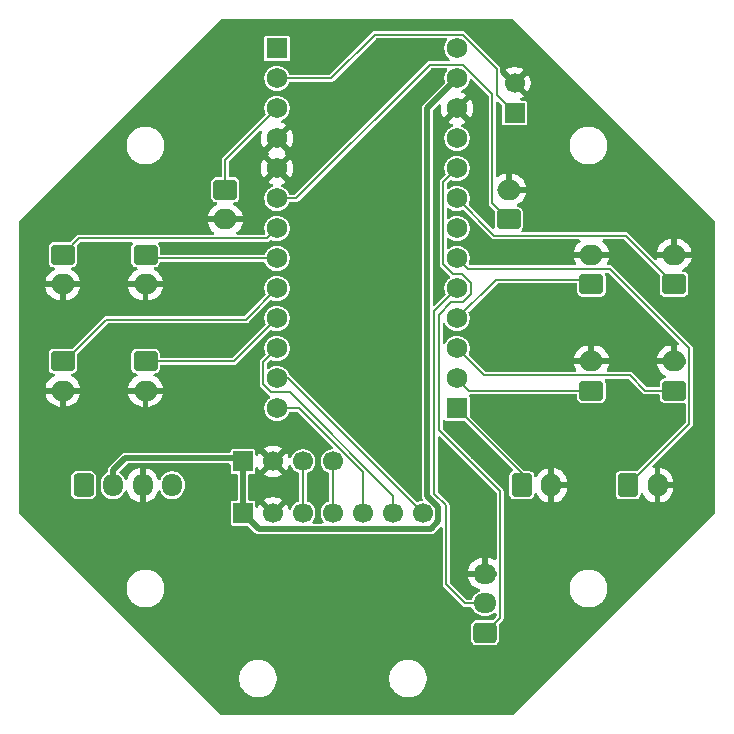
<source format=gbr>
%TF.GenerationSoftware,KiCad,Pcbnew,9.0.1*%
%TF.CreationDate,2025-05-02T21:43:22-05:00*%
%TF.ProjectId,WhackAMole,57686163-6b41-44d6-9f6c-652e6b696361,rev?*%
%TF.SameCoordinates,Original*%
%TF.FileFunction,Copper,L1,Top*%
%TF.FilePolarity,Positive*%
%FSLAX46Y46*%
G04 Gerber Fmt 4.6, Leading zero omitted, Abs format (unit mm)*
G04 Created by KiCad (PCBNEW 9.0.1) date 2025-05-02 21:43:22*
%MOMM*%
%LPD*%
G01*
G04 APERTURE LIST*
G04 Aperture macros list*
%AMRoundRect*
0 Rectangle with rounded corners*
0 $1 Rounding radius*
0 $2 $3 $4 $5 $6 $7 $8 $9 X,Y pos of 4 corners*
0 Add a 4 corners polygon primitive as box body*
4,1,4,$2,$3,$4,$5,$6,$7,$8,$9,$2,$3,0*
0 Add four circle primitives for the rounded corners*
1,1,$1+$1,$2,$3*
1,1,$1+$1,$4,$5*
1,1,$1+$1,$6,$7*
1,1,$1+$1,$8,$9*
0 Add four rect primitives between the rounded corners*
20,1,$1+$1,$2,$3,$4,$5,0*
20,1,$1+$1,$4,$5,$6,$7,0*
20,1,$1+$1,$6,$7,$8,$9,0*
20,1,$1+$1,$8,$9,$2,$3,0*%
G04 Aperture macros list end*
%TA.AperFunction,ComponentPad*%
%ADD10R,1.700000X1.700000*%
%TD*%
%TA.AperFunction,ComponentPad*%
%ADD11C,1.700000*%
%TD*%
%TA.AperFunction,ComponentPad*%
%ADD12RoundRect,0.250000X0.750000X-0.600000X0.750000X0.600000X-0.750000X0.600000X-0.750000X-0.600000X0*%
%TD*%
%TA.AperFunction,ComponentPad*%
%ADD13O,2.000000X1.700000*%
%TD*%
%TA.AperFunction,ComponentPad*%
%ADD14RoundRect,0.250000X-0.750000X0.600000X-0.750000X-0.600000X0.750000X-0.600000X0.750000X0.600000X0*%
%TD*%
%TA.AperFunction,ComponentPad*%
%ADD15RoundRect,0.250000X-0.600000X-0.750000X0.600000X-0.750000X0.600000X0.750000X-0.600000X0.750000X0*%
%TD*%
%TA.AperFunction,ComponentPad*%
%ADD16O,1.700000X2.000000*%
%TD*%
%TA.AperFunction,ComponentPad*%
%ADD17RoundRect,0.250000X-0.600000X-0.725000X0.600000X-0.725000X0.600000X0.725000X-0.600000X0.725000X0*%
%TD*%
%TA.AperFunction,ComponentPad*%
%ADD18O,1.700000X1.950000*%
%TD*%
%TA.AperFunction,ComponentPad*%
%ADD19RoundRect,0.250000X0.725000X-0.600000X0.725000X0.600000X-0.725000X0.600000X-0.725000X-0.600000X0*%
%TD*%
%TA.AperFunction,ComponentPad*%
%ADD20O,1.950000X1.700000*%
%TD*%
%TA.AperFunction,ComponentPad*%
%ADD21R,1.752600X1.752600*%
%TD*%
%TA.AperFunction,ComponentPad*%
%ADD22C,1.752600*%
%TD*%
%TA.AperFunction,ViaPad*%
%ADD23C,0.600000*%
%TD*%
%TA.AperFunction,Conductor*%
%ADD24C,0.200000*%
%TD*%
%TA.AperFunction,Conductor*%
%ADD25C,0.500000*%
%TD*%
G04 APERTURE END LIST*
D10*
%TO.P,J13,1,Pin_1*%
%TO.N,Game_Other*%
X145000000Y-83500000D03*
D11*
%TO.P,J13,2,Pin_2*%
%TO.N,GND*%
X145000000Y-80960000D03*
%TD*%
D12*
%TO.P,J8,1,Pin_1*%
%TO.N,Game_BTN4*%
X151500000Y-98000000D03*
D13*
%TO.P,J8,2,Pin_2*%
%TO.N,GND*%
X151500000Y-95500000D03*
%TD*%
D12*
%TO.P,J7,1,Pin_1*%
%TO.N,Game_LED4*%
X158500000Y-98000000D03*
D13*
%TO.P,J7,2,Pin_2*%
%TO.N,GND*%
X158500000Y-95500000D03*
%TD*%
D12*
%TO.P,J10,1,Pin_1*%
%TO.N,Game_BTN5*%
X151500000Y-107000000D03*
D13*
%TO.P,J10,2,Pin_2*%
%TO.N,GND*%
X151500000Y-104500000D03*
%TD*%
D14*
%TO.P,J3,1,Pin_1*%
%TO.N,Game_LED2*%
X106750000Y-95500000D03*
D13*
%TO.P,J3,2,Pin_2*%
%TO.N,GND*%
X106750000Y-98000000D03*
%TD*%
D15*
%TO.P,J12,1,Pin_1*%
%TO.N,Game_Deactivate*%
X145600000Y-115000000D03*
D16*
%TO.P,J12,2,Pin_2*%
%TO.N,GND*%
X148100000Y-115000000D03*
%TD*%
D17*
%TO.P,J14,1,Pin_1*%
%TO.N,unconnected-(J14-Pin_1-Pad1)*%
X108500000Y-115000000D03*
D18*
%TO.P,J14,2,Pin_2*%
%TO.N,+5V*%
X111000000Y-115000000D03*
%TO.P,J14,3,Pin_3*%
%TO.N,GND*%
X113500000Y-115000000D03*
%TO.P,J14,4,Pin_4*%
%TO.N,unconnected-(J14-Pin_4-Pad4)*%
X116000000Y-115000000D03*
%TD*%
D10*
%TO.P,J16,1,Pin_1*%
%TO.N,+5V*%
X122000000Y-113000000D03*
D11*
%TO.P,J16,2,Pin_2*%
%TO.N,GND*%
X124540000Y-113000000D03*
%TO.P,J16,3,Pin_3*%
%TO.N,Amp_SD*%
X127080000Y-113000000D03*
%TO.P,J16,4,Pin_4*%
%TO.N,Amp_GAIN*%
X129620000Y-113000000D03*
%TD*%
D14*
%TO.P,J2,1,Pin_1*%
%TO.N,Game_BTN1*%
X113750000Y-104500000D03*
D13*
%TO.P,J2,2,Pin_2*%
%TO.N,GND*%
X113750000Y-107000000D03*
%TD*%
D12*
%TO.P,J6,1,Pin_1*%
%TO.N,Game_BTN3*%
X144500000Y-92500000D03*
D13*
%TO.P,J6,2,Pin_2*%
%TO.N,GND*%
X144500000Y-90000000D03*
%TD*%
D19*
%TO.P,RV1,1,1*%
%TO.N,+3.3V*%
X142500000Y-127500000D03*
D20*
%TO.P,RV1,2,2*%
%TO.N,KB_Volume*%
X142500000Y-125000000D03*
%TO.P,RV1,3,3*%
%TO.N,GND*%
X142500000Y-122500000D03*
%TD*%
D15*
%TO.P,J11,1,Pin_1*%
%TO.N,Game_Select*%
X154600000Y-115000000D03*
D16*
%TO.P,J11,2,Pin_2*%
%TO.N,GND*%
X157100000Y-115000000D03*
%TD*%
D10*
%TO.P,J15,1,Pin_1*%
%TO.N,+5V*%
X122000000Y-117370000D03*
D11*
%TO.P,J15,2,Pin_2*%
%TO.N,GND*%
X124540000Y-117370000D03*
%TO.P,J15,3,Pin_3*%
%TO.N,Amp_SD*%
X127080000Y-117370000D03*
%TO.P,J15,4,Pin_4*%
%TO.N,Amp_GAIN*%
X129620000Y-117370000D03*
%TO.P,J15,5,Pin_5*%
%TO.N,Amp_DIN*%
X132160000Y-117370000D03*
%TO.P,J15,6,Pin_6*%
%TO.N,Amp_BCLK*%
X134700000Y-117370000D03*
%TO.P,J15,7,Pin_7*%
%TO.N,Amp_LRCLK*%
X137240000Y-117370000D03*
%TD*%
D12*
%TO.P,J9,1,Pin_1*%
%TO.N,Game_LED5*%
X158500000Y-107000000D03*
D13*
%TO.P,J9,2,Pin_2*%
%TO.N,GND*%
X158500000Y-104500000D03*
%TD*%
D14*
%TO.P,J1,1,Pin_1*%
%TO.N,Game_LED1*%
X106750000Y-104500000D03*
D13*
%TO.P,J1,2,Pin_2*%
%TO.N,GND*%
X106750000Y-107000000D03*
%TD*%
D21*
%TO.P,U2,1,D+*%
%TO.N,unconnected-(U2-D+-Pad1)*%
X124880000Y-78030000D03*
D22*
%TO.P,U2,2,D0*%
%TO.N,Game_Other*%
X124880000Y-80570000D03*
%TO.P,U2,3,D1*%
%TO.N,Game_LED3*%
X124880000Y-83110000D03*
%TO.P,U2,4,GND*%
%TO.N,GND*%
X124880000Y-85650000D03*
%TO.P,U2,5,GND*%
X124880000Y-88190000D03*
%TO.P,U2,6,D2*%
%TO.N,Game_BTN3*%
X124880000Y-90730000D03*
%TO.P,U2,7,D3*%
%TO.N,Game_LED2*%
X124880000Y-93270000D03*
%TO.P,U2,8,D4*%
%TO.N,Game_BTN2*%
X124880000Y-95810000D03*
%TO.P,U2,9,D5*%
%TO.N,Game_LED1*%
X124880000Y-98350000D03*
%TO.P,U2,10,D6*%
%TO.N,Game_BTN1*%
X124880000Y-100890000D03*
%TO.P,U2,11,D7*%
%TO.N,Amp_BCLK*%
X124880000Y-103430000D03*
%TO.P,U2,12,D8*%
%TO.N,Amp_LRCLK*%
X124880000Y-105970000D03*
%TO.P,U2,13,D9*%
%TO.N,Amp_DIN*%
X124880000Y-108510000D03*
%TO.P,U2,14,D-*%
%TO.N,unconnected-(U2-D--Pad14)*%
X140120000Y-78030000D03*
%TO.P,U2,15,RAW*%
%TO.N,+5V*%
X140120000Y-80570000D03*
%TO.P,U2,16,GND*%
%TO.N,GND*%
X140120000Y-83110000D03*
%TO.P,U2,17,RESET*%
%TO.N,unconnected-(U2-RESET-Pad17)*%
X140120000Y-85650000D03*
%TO.P,U2,18,3.3v*%
%TO.N,+3.3V*%
X140120000Y-88190000D03*
%TO.P,U2,19,A3/29*%
%TO.N,Game_LED4*%
X140120000Y-90730000D03*
%TO.P,U2,20,A2/28*%
%TO.N,unconnected-(U2-A2{slash}28-Pad20)*%
X140120000Y-93270000D03*
%TO.P,U2,21,A1/27*%
%TO.N,Game_Select*%
X140120000Y-95810000D03*
%TO.P,U2,22,A0/26*%
%TO.N,KB_Volume*%
X140120000Y-98350000D03*
%TO.P,U2,23,SCK/18*%
%TO.N,Game_BTN4*%
X140120000Y-100890000D03*
%TO.P,U2,24,MISO/20*%
%TO.N,Game_LED5*%
X140120000Y-103430000D03*
%TO.P,U2,25,MOSI/19*%
%TO.N,Game_BTN5*%
X140120000Y-105970000D03*
D21*
%TO.P,U2,26,D10*%
%TO.N,Game_Deactivate*%
X140120000Y-108510000D03*
%TD*%
D14*
%TO.P,J4,1,Pin_1*%
%TO.N,Game_BTN2*%
X113750000Y-95500000D03*
D13*
%TO.P,J4,2,Pin_2*%
%TO.N,GND*%
X113750000Y-98000000D03*
%TD*%
D14*
%TO.P,J5,1,Pin_1*%
%TO.N,Game_LED3*%
X120500000Y-90000000D03*
D13*
%TO.P,J5,2,Pin_2*%
%TO.N,GND*%
X120500000Y-92500000D03*
%TD*%
D23*
%TO.N,GND*%
X116600000Y-94900000D03*
X149700000Y-91200000D03*
X108100000Y-119700000D03*
X145400000Y-102200000D03*
X121200000Y-78200000D03*
X120800000Y-98100000D03*
X130900000Y-92100000D03*
X131900000Y-96100000D03*
X136900000Y-120600000D03*
X155100000Y-96800000D03*
X156700000Y-111100000D03*
X110100000Y-97400000D03*
X147900000Y-127400000D03*
X132500000Y-81800000D03*
X144200000Y-87300000D03*
X127200000Y-127300000D03*
X148400000Y-95300000D03*
X152500000Y-101400000D03*
X132900000Y-89800000D03*
X128600000Y-120300000D03*
X118900000Y-83800000D03*
X136200000Y-112900000D03*
X157600000Y-91000000D03*
X107500000Y-91700000D03*
X148300000Y-82100000D03*
X142700000Y-92100000D03*
X141900000Y-94400000D03*
X141600000Y-112500000D03*
X137500000Y-80800000D03*
X117100000Y-120000000D03*
X150900000Y-119600000D03*
X135900000Y-127000000D03*
X148400000Y-111400000D03*
X127100000Y-84000000D03*
X119600000Y-107800000D03*
X130100000Y-102300000D03*
X133500000Y-107700000D03*
X159500000Y-101500000D03*
X104600000Y-111700000D03*
X115300000Y-91900000D03*
X110000000Y-105900000D03*
X118300000Y-129400000D03*
X135900000Y-102400000D03*
X141700000Y-119500000D03*
%TD*%
D24*
%TO.N,Game_BTN3*%
X137807300Y-79392700D02*
X126470000Y-90730000D01*
X143100000Y-81885046D02*
X140607654Y-79392700D01*
X140607654Y-79392700D02*
X137807300Y-79392700D01*
X143100000Y-91100000D02*
X143100000Y-81885046D01*
X126470000Y-90730000D02*
X124880000Y-90730000D01*
X144500000Y-92500000D02*
X143100000Y-91100000D01*
D25*
%TO.N,+5V*%
X138541000Y-116831108D02*
X137600000Y-115890108D01*
X122000000Y-117370000D02*
X123330000Y-118700000D01*
X111000000Y-113737925D02*
X111000000Y-115000000D01*
X122000000Y-113000000D02*
X122000000Y-117370000D01*
X137900000Y-118700000D02*
X138541000Y-118059000D01*
X122000000Y-113000000D02*
X121700000Y-112700000D01*
X137600000Y-115890108D02*
X137600000Y-83090000D01*
X121700000Y-112700000D02*
X112037925Y-112700000D01*
X112037925Y-112700000D02*
X111000000Y-113737925D01*
X123330000Y-118700000D02*
X137900000Y-118700000D01*
X137600000Y-83090000D02*
X140120000Y-80570000D01*
X138541000Y-118059000D02*
X138541000Y-116831108D01*
D24*
%TO.N,Amp_GAIN*%
X129620000Y-117370000D02*
X129620000Y-113000000D01*
%TO.N,Amp_SD*%
X127080000Y-117370000D02*
X127080000Y-113000000D01*
%TO.N,Game_LED1*%
X106750000Y-104500000D02*
X106925000Y-104500000D01*
X122230000Y-101000000D02*
X124880000Y-98350000D01*
X110425000Y-101000000D02*
X122230000Y-101000000D01*
X106925000Y-104500000D02*
X110425000Y-101000000D01*
%TO.N,Game_BTN1*%
X113750000Y-104500000D02*
X121270000Y-104500000D01*
X121270000Y-104500000D02*
X124880000Y-100890000D01*
%TO.N,Game_LED2*%
X108150000Y-94100000D02*
X106750000Y-95500000D01*
X124880000Y-93270000D02*
X124050000Y-94100000D01*
X124050000Y-94100000D02*
X108150000Y-94100000D01*
%TO.N,Game_BTN2*%
X124880000Y-95810000D02*
X114060000Y-95810000D01*
X114060000Y-95810000D02*
X113750000Y-95500000D01*
%TO.N,Game_LED3*%
X120500000Y-87490000D02*
X124880000Y-83110000D01*
X120500000Y-90000000D02*
X120500000Y-87490000D01*
%TO.N,Game_LED4*%
X154400000Y-93900000D02*
X143290000Y-93900000D01*
X158500000Y-98000000D02*
X154400000Y-93900000D01*
X143290000Y-93900000D02*
X140120000Y-90730000D01*
%TO.N,Game_BTN4*%
X151500000Y-98000000D02*
X151100000Y-97600000D01*
X151100000Y-97600000D02*
X143410000Y-97600000D01*
X143410000Y-97600000D02*
X140120000Y-100890000D01*
%TO.N,Game_LED5*%
X154744450Y-105700000D02*
X142390000Y-105700000D01*
X158500000Y-107000000D02*
X156044450Y-107000000D01*
X156044450Y-107000000D02*
X154744450Y-105700000D01*
X142390000Y-105700000D02*
X140120000Y-103430000D01*
%TO.N,Game_BTN5*%
X151500000Y-107000000D02*
X141150000Y-107000000D01*
X141150000Y-107000000D02*
X140120000Y-105970000D01*
%TO.N,Game_Select*%
X153082024Y-96700000D02*
X159801000Y-103418976D01*
X159801000Y-103418976D02*
X159801000Y-109799000D01*
X141010000Y-96700000D02*
X153082024Y-96700000D01*
X159801000Y-109799000D02*
X154600000Y-115000000D01*
X140120000Y-95810000D02*
X141010000Y-96700000D01*
%TO.N,Game_Deactivate*%
X145600000Y-113990000D02*
X140120000Y-108510000D01*
X145600000Y-115000000D02*
X145600000Y-113990000D01*
%TO.N,Game_Other*%
X124880000Y-80570000D02*
X129430000Y-80570000D01*
X140607654Y-76852700D02*
X143500000Y-79745046D01*
X143500000Y-79745046D02*
X143500000Y-82000000D01*
X133147300Y-76852700D02*
X140607654Y-76852700D01*
X129430000Y-80570000D02*
X133147300Y-76852700D01*
X143500000Y-82000000D02*
X145000000Y-83500000D01*
%TO.N,+3.3V*%
X138942700Y-96297654D02*
X138942700Y-89367300D01*
X140607654Y-99527300D02*
X141297300Y-98837654D01*
X143776000Y-115525943D02*
X138600000Y-110349943D01*
X138942700Y-89367300D02*
X140120000Y-88190000D01*
X138600000Y-100559646D02*
X139632346Y-99527300D01*
X140534954Y-97100000D02*
X139745046Y-97100000D01*
X142500000Y-127500000D02*
X143776000Y-126224000D01*
X141297300Y-97862346D02*
X140534954Y-97100000D01*
X139745046Y-97100000D02*
X138942700Y-96297654D01*
X138600000Y-110349943D02*
X138600000Y-100559646D01*
X143776000Y-126224000D02*
X143776000Y-115525943D01*
X139632346Y-99527300D02*
X140607654Y-99527300D01*
X141297300Y-98837654D02*
X141297300Y-97862346D01*
%TO.N,KB_Volume*%
X140800000Y-125000000D02*
X142500000Y-125000000D01*
X138200000Y-100270000D02*
X138200000Y-115710876D01*
X139200000Y-116710876D02*
X139200000Y-123400000D01*
X138200000Y-115710876D02*
X139200000Y-116710876D01*
X139200000Y-123400000D02*
X140800000Y-125000000D01*
X140120000Y-98350000D02*
X138200000Y-100270000D01*
%TO.N,Amp_BCLK*%
X134700000Y-115886555D02*
X125960745Y-107147300D01*
X124392346Y-107147300D02*
X123702700Y-106457654D01*
X124409000Y-103901000D02*
X124880000Y-103901000D01*
X134700000Y-117370000D02*
X134700000Y-115886555D01*
X123702700Y-104607300D02*
X124409000Y-103901000D01*
X125960745Y-107147300D02*
X124392346Y-107147300D01*
X123702700Y-106457654D02*
X123702700Y-104607300D01*
%TO.N,Amp_LRCLK*%
X125840000Y-105970000D02*
X137240000Y-117370000D01*
X124880000Y-105970000D02*
X125840000Y-105970000D01*
%TO.N,Amp_DIN*%
X132160000Y-117370000D02*
X132160000Y-113912240D01*
X132160000Y-113912240D02*
X126757760Y-108510000D01*
X126757760Y-108510000D02*
X124880000Y-108510000D01*
%TD*%
%TA.AperFunction,Conductor*%
%TO.N,GND*%
G36*
X138705703Y-110881063D02*
G01*
X138712181Y-110887095D01*
X143439181Y-115614095D01*
X143472666Y-115675418D01*
X143475500Y-115701776D01*
X143475500Y-121215861D01*
X143455815Y-121282900D01*
X143403011Y-121328655D01*
X143333853Y-121338599D01*
X143295205Y-121326346D01*
X143143217Y-121248904D01*
X142941128Y-121183242D01*
X142750000Y-121152969D01*
X142750000Y-122095854D01*
X142683343Y-122057370D01*
X142562535Y-122025000D01*
X142437465Y-122025000D01*
X142316657Y-122057370D01*
X142250000Y-122095854D01*
X142250000Y-121152969D01*
X142058872Y-121183242D01*
X142058869Y-121183242D01*
X141856782Y-121248904D01*
X141667442Y-121345379D01*
X141495540Y-121470272D01*
X141495535Y-121470276D01*
X141345276Y-121620535D01*
X141345272Y-121620540D01*
X141220379Y-121792442D01*
X141123904Y-121981782D01*
X141058242Y-122183870D01*
X141058242Y-122183873D01*
X141047769Y-122250000D01*
X142095854Y-122250000D01*
X142057370Y-122316657D01*
X142025000Y-122437465D01*
X142025000Y-122562535D01*
X142057370Y-122683343D01*
X142095854Y-122750000D01*
X141047769Y-122750000D01*
X141058242Y-122816126D01*
X141058242Y-122816129D01*
X141123904Y-123018217D01*
X141220379Y-123207557D01*
X141345272Y-123379459D01*
X141345276Y-123379464D01*
X141495535Y-123529723D01*
X141495540Y-123529727D01*
X141667442Y-123654620D01*
X141856782Y-123751095D01*
X141978855Y-123790759D01*
X142036530Y-123830196D01*
X142063729Y-123894555D01*
X142051815Y-123963401D01*
X142004570Y-124014877D01*
X141987990Y-124023251D01*
X141877404Y-124069057D01*
X141705342Y-124184024D01*
X141559024Y-124330342D01*
X141444058Y-124502403D01*
X141394125Y-124622953D01*
X141350284Y-124677356D01*
X141283990Y-124699421D01*
X141279564Y-124699500D01*
X140975833Y-124699500D01*
X140908794Y-124679815D01*
X140888152Y-124663181D01*
X139536819Y-123311848D01*
X139503334Y-123250525D01*
X139500500Y-123224167D01*
X139500500Y-116671314D01*
X139494345Y-116648342D01*
X139480022Y-116594888D01*
X139440460Y-116526365D01*
X138536819Y-115622724D01*
X138503334Y-115561401D01*
X138500500Y-115535043D01*
X138500500Y-110974776D01*
X138520185Y-110907737D01*
X138572989Y-110861982D01*
X138642147Y-110852038D01*
X138705703Y-110881063D01*
G37*
%TD.AperFunction*%
%TA.AperFunction,Conductor*%
G36*
X143418539Y-122269685D02*
G01*
X143464294Y-122322489D01*
X143475500Y-122374000D01*
X143475500Y-122626000D01*
X143455815Y-122693039D01*
X143403011Y-122738794D01*
X143351500Y-122750000D01*
X142904146Y-122750000D01*
X142942630Y-122683343D01*
X142975000Y-122562535D01*
X142975000Y-122437465D01*
X142942630Y-122316657D01*
X142904146Y-122250000D01*
X143351500Y-122250000D01*
X143418539Y-122269685D01*
G37*
%TD.AperFunction*%
%TA.AperFunction,Conductor*%
G36*
X125655270Y-113761717D02*
G01*
X125655270Y-113761716D01*
X125694622Y-113707554D01*
X125791095Y-113518217D01*
X125848343Y-113342026D01*
X125887780Y-113284351D01*
X125952139Y-113257152D01*
X126020985Y-113269066D01*
X126072461Y-113316310D01*
X126080833Y-113332887D01*
X126089394Y-113353554D01*
X126139519Y-113474568D01*
X126149059Y-113497598D01*
X126194796Y-113566048D01*
X126264024Y-113669657D01*
X126410342Y-113815975D01*
X126410345Y-113815977D01*
X126582402Y-113930941D01*
X126702953Y-113980875D01*
X126757356Y-114024714D01*
X126779421Y-114091008D01*
X126779500Y-114095435D01*
X126779500Y-116274563D01*
X126759815Y-116341602D01*
X126707011Y-116387357D01*
X126702953Y-116389124D01*
X126582404Y-116439057D01*
X126410342Y-116554024D01*
X126264024Y-116700342D01*
X126149057Y-116872403D01*
X126080835Y-117037108D01*
X126036994Y-117091511D01*
X125970700Y-117113576D01*
X125903000Y-117096297D01*
X125855390Y-117045159D01*
X125848343Y-117027973D01*
X125791095Y-116851782D01*
X125694624Y-116662449D01*
X125655270Y-116608282D01*
X125655269Y-116608282D01*
X125022962Y-117240589D01*
X125005925Y-117177007D01*
X124940099Y-117062993D01*
X124847007Y-116969901D01*
X124732993Y-116904075D01*
X124669409Y-116887037D01*
X125301716Y-116254728D01*
X125247550Y-116215375D01*
X125058217Y-116118904D01*
X124856129Y-116053242D01*
X124646246Y-116020000D01*
X124433754Y-116020000D01*
X124223872Y-116053242D01*
X124223869Y-116053242D01*
X124021782Y-116118904D01*
X123832439Y-116215380D01*
X123778282Y-116254727D01*
X123778282Y-116254728D01*
X124410591Y-116887037D01*
X124347007Y-116904075D01*
X124232993Y-116969901D01*
X124139901Y-117062993D01*
X124074075Y-117177007D01*
X124057037Y-117240591D01*
X123424728Y-116608282D01*
X123424727Y-116608282D01*
X123385380Y-116662439D01*
X123286694Y-116856121D01*
X123285678Y-116855603D01*
X123245212Y-116905813D01*
X123178916Y-116927872D01*
X123111218Y-116910588D01*
X123063612Y-116859447D01*
X123050500Y-116803951D01*
X123050500Y-116500249D01*
X123050499Y-116500247D01*
X123038868Y-116441770D01*
X123038867Y-116441769D01*
X122994552Y-116375447D01*
X122928230Y-116331132D01*
X122928229Y-116331131D01*
X122869752Y-116319500D01*
X122869748Y-116319500D01*
X122574500Y-116319500D01*
X122507461Y-116299815D01*
X122461706Y-116247011D01*
X122450500Y-116195500D01*
X122450500Y-114174500D01*
X122470185Y-114107461D01*
X122522989Y-114061706D01*
X122574500Y-114050500D01*
X122869750Y-114050500D01*
X122869751Y-114050499D01*
X122884568Y-114047552D01*
X122928229Y-114038868D01*
X122928229Y-114038867D01*
X122928231Y-114038867D01*
X122994552Y-113994552D01*
X123038867Y-113928231D01*
X123038867Y-113928229D01*
X123038868Y-113928229D01*
X123050499Y-113869752D01*
X123050500Y-113869750D01*
X123050500Y-113566048D01*
X123070185Y-113499009D01*
X123122989Y-113453254D01*
X123192147Y-113443310D01*
X123255703Y-113472335D01*
X123285938Y-113514264D01*
X123286694Y-113513879D01*
X123385375Y-113707550D01*
X123424728Y-113761716D01*
X124057037Y-113129408D01*
X124074075Y-113192993D01*
X124139901Y-113307007D01*
X124232993Y-113400099D01*
X124347007Y-113465925D01*
X124410590Y-113482962D01*
X123778282Y-114115269D01*
X123778282Y-114115270D01*
X123832449Y-114154624D01*
X124021782Y-114251095D01*
X124223870Y-114316757D01*
X124433754Y-114350000D01*
X124646246Y-114350000D01*
X124856127Y-114316757D01*
X124856130Y-114316757D01*
X125058217Y-114251095D01*
X125247554Y-114154622D01*
X125301716Y-114115270D01*
X125301717Y-114115270D01*
X124669408Y-113482962D01*
X124732993Y-113465925D01*
X124847007Y-113400099D01*
X124940099Y-113307007D01*
X125005925Y-113192993D01*
X125022962Y-113129408D01*
X125655270Y-113761717D01*
G37*
%TD.AperFunction*%
%TA.AperFunction,Conductor*%
G36*
X152973230Y-97020185D02*
G01*
X152993872Y-97036819D01*
X158903217Y-102946164D01*
X158936702Y-103007487D01*
X158931718Y-103077179D01*
X158889846Y-103133112D01*
X158824382Y-103157529D01*
X158796139Y-103156318D01*
X158756247Y-103150000D01*
X158750000Y-103150000D01*
X158750000Y-104066988D01*
X158692993Y-104034075D01*
X158565826Y-104000000D01*
X158434174Y-104000000D01*
X158307007Y-104034075D01*
X158250000Y-104066988D01*
X158250000Y-103150000D01*
X158243754Y-103150000D01*
X158033872Y-103183242D01*
X158033869Y-103183242D01*
X157831782Y-103248904D01*
X157642442Y-103345379D01*
X157470540Y-103470272D01*
X157470535Y-103470276D01*
X157320276Y-103620535D01*
X157320272Y-103620540D01*
X157195379Y-103792442D01*
X157098904Y-103981782D01*
X157033242Y-104183870D01*
X157033242Y-104183873D01*
X157022769Y-104250000D01*
X158066988Y-104250000D01*
X158034075Y-104307007D01*
X158000000Y-104434174D01*
X158000000Y-104565826D01*
X158034075Y-104692993D01*
X158066988Y-104750000D01*
X157022769Y-104750000D01*
X157033242Y-104816126D01*
X157033242Y-104816129D01*
X157098904Y-105018217D01*
X157195379Y-105207557D01*
X157320272Y-105379459D01*
X157320276Y-105379464D01*
X157470535Y-105529723D01*
X157470540Y-105529727D01*
X157642442Y-105654620D01*
X157760971Y-105715015D01*
X157811767Y-105762990D01*
X157828562Y-105830811D01*
X157806024Y-105896946D01*
X157751309Y-105940397D01*
X157704676Y-105949500D01*
X157695730Y-105949500D01*
X157665300Y-105952353D01*
X157665298Y-105952353D01*
X157537119Y-105997206D01*
X157537117Y-105997207D01*
X157427850Y-106077850D01*
X157347207Y-106187117D01*
X157347206Y-106187119D01*
X157302353Y-106315298D01*
X157302353Y-106315300D01*
X157299500Y-106345730D01*
X157299500Y-106575500D01*
X157279815Y-106642539D01*
X157227011Y-106688294D01*
X157175500Y-106699500D01*
X156220283Y-106699500D01*
X156153244Y-106679815D01*
X156132602Y-106663181D01*
X154928962Y-105459541D01*
X154928954Y-105459535D01*
X154860445Y-105419982D01*
X154860440Y-105419979D01*
X154834963Y-105413152D01*
X154784012Y-105399500D01*
X154784010Y-105399500D01*
X152908417Y-105399500D01*
X152841378Y-105379815D01*
X152795623Y-105327011D01*
X152785679Y-105257853D01*
X152802686Y-105210716D01*
X152804620Y-105207559D01*
X152901095Y-105018217D01*
X152966757Y-104816129D01*
X152966757Y-104816126D01*
X152977231Y-104750000D01*
X151933012Y-104750000D01*
X151965925Y-104692993D01*
X152000000Y-104565826D01*
X152000000Y-104434174D01*
X151965925Y-104307007D01*
X151933012Y-104250000D01*
X152977231Y-104250000D01*
X152966757Y-104183873D01*
X152966757Y-104183870D01*
X152901095Y-103981782D01*
X152804620Y-103792442D01*
X152679727Y-103620540D01*
X152679723Y-103620535D01*
X152529464Y-103470276D01*
X152529459Y-103470272D01*
X152357557Y-103345379D01*
X152168217Y-103248904D01*
X151966129Y-103183242D01*
X151756246Y-103150000D01*
X151750000Y-103150000D01*
X151750000Y-104066988D01*
X151692993Y-104034075D01*
X151565826Y-104000000D01*
X151434174Y-104000000D01*
X151307007Y-104034075D01*
X151250000Y-104066988D01*
X151250000Y-103150000D01*
X151243754Y-103150000D01*
X151033872Y-103183242D01*
X151033869Y-103183242D01*
X150831782Y-103248904D01*
X150642442Y-103345379D01*
X150470540Y-103470272D01*
X150470535Y-103470276D01*
X150320276Y-103620535D01*
X150320272Y-103620540D01*
X150195379Y-103792442D01*
X150098904Y-103981782D01*
X150033242Y-104183870D01*
X150033242Y-104183873D01*
X150022769Y-104250000D01*
X151066988Y-104250000D01*
X151034075Y-104307007D01*
X151000000Y-104434174D01*
X151000000Y-104565826D01*
X151034075Y-104692993D01*
X151066988Y-104750000D01*
X150022769Y-104750000D01*
X150033242Y-104816126D01*
X150033242Y-104816129D01*
X150098904Y-105018217D01*
X150195379Y-105207559D01*
X150197314Y-105210716D01*
X150215554Y-105278163D01*
X150194435Y-105344764D01*
X150140660Y-105389375D01*
X150091583Y-105399500D01*
X142565833Y-105399500D01*
X142498794Y-105379815D01*
X142478152Y-105363181D01*
X141127745Y-104012774D01*
X141094260Y-103951451D01*
X141099244Y-103881759D01*
X141104933Y-103868815D01*
X141117910Y-103843348D01*
X141170286Y-103682151D01*
X141180045Y-103620535D01*
X141196800Y-103514751D01*
X141196800Y-103345248D01*
X141170286Y-103177848D01*
X141137576Y-103077179D01*
X141117910Y-103016652D01*
X141040962Y-102865634D01*
X140941337Y-102728512D01*
X140821488Y-102608663D01*
X140684366Y-102509038D01*
X140533348Y-102432090D01*
X140491543Y-102418506D01*
X140372151Y-102379713D01*
X140204751Y-102353200D01*
X140204746Y-102353200D01*
X140035254Y-102353200D01*
X140035249Y-102353200D01*
X139867848Y-102379713D01*
X139706649Y-102432091D01*
X139555633Y-102509038D01*
X139477400Y-102565877D01*
X139418512Y-102608663D01*
X139418510Y-102608665D01*
X139418509Y-102608665D01*
X139298665Y-102728509D01*
X139298665Y-102728510D01*
X139298663Y-102728512D01*
X139255877Y-102787400D01*
X139199038Y-102865633D01*
X139134985Y-102991344D01*
X139087010Y-103042140D01*
X139019189Y-103058935D01*
X138953054Y-103036397D01*
X138909603Y-102981682D01*
X138900500Y-102935049D01*
X138900500Y-101384950D01*
X138920185Y-101317911D01*
X138972989Y-101272156D01*
X139042147Y-101262212D01*
X139105703Y-101291237D01*
X139134983Y-101328653D01*
X139199038Y-101454366D01*
X139298663Y-101591488D01*
X139418512Y-101711337D01*
X139555634Y-101810962D01*
X139706652Y-101887910D01*
X139829055Y-101927681D01*
X139867848Y-101940286D01*
X140035249Y-101966800D01*
X140035254Y-101966800D01*
X140204751Y-101966800D01*
X140372151Y-101940286D01*
X140533348Y-101887910D01*
X140684366Y-101810962D01*
X140821488Y-101711337D01*
X140941337Y-101591488D01*
X141040962Y-101454366D01*
X141117910Y-101303348D01*
X141170286Y-101142151D01*
X141196800Y-100974751D01*
X141196800Y-100805248D01*
X141170286Y-100637848D01*
X141117909Y-100476650D01*
X141104942Y-100451202D01*
X141092045Y-100382533D01*
X141118320Y-100317792D01*
X141127736Y-100307233D01*
X143498152Y-97936819D01*
X143559475Y-97903334D01*
X143585833Y-97900500D01*
X150175500Y-97900500D01*
X150242539Y-97920185D01*
X150288294Y-97972989D01*
X150299500Y-98024500D01*
X150299500Y-98654269D01*
X150302353Y-98684699D01*
X150302353Y-98684701D01*
X150347206Y-98812880D01*
X150347207Y-98812882D01*
X150427850Y-98922150D01*
X150537118Y-99002793D01*
X150579845Y-99017744D01*
X150665299Y-99047646D01*
X150695730Y-99050500D01*
X150695734Y-99050500D01*
X152304270Y-99050500D01*
X152334699Y-99047646D01*
X152334701Y-99047646D01*
X152407520Y-99022165D01*
X152462882Y-99002793D01*
X152572150Y-98922150D01*
X152652793Y-98812882D01*
X152689648Y-98707557D01*
X152697646Y-98684701D01*
X152697646Y-98684699D01*
X152700500Y-98654269D01*
X152700500Y-97345730D01*
X152697646Y-97315300D01*
X152697646Y-97315298D01*
X152661563Y-97212181D01*
X152652793Y-97187118D01*
X152652789Y-97187112D01*
X152650320Y-97182440D01*
X152649581Y-97178809D01*
X152647157Y-97176011D01*
X152642674Y-97144838D01*
X152636399Y-97113972D01*
X152637740Y-97110520D01*
X152637213Y-97106853D01*
X152650298Y-97078199D01*
X152661704Y-97048846D01*
X152664699Y-97046666D01*
X152666238Y-97043297D01*
X152692737Y-97026267D01*
X152718203Y-97007739D01*
X152722811Y-97006939D01*
X152725016Y-97005523D01*
X152759951Y-97000500D01*
X152906191Y-97000500D01*
X152973230Y-97020185D01*
G37*
%TD.AperFunction*%
%TA.AperFunction,Conductor*%
G36*
X159443539Y-104269685D02*
G01*
X159489294Y-104322489D01*
X159500500Y-104374000D01*
X159500500Y-104626000D01*
X159480815Y-104693039D01*
X159428011Y-104738794D01*
X159376500Y-104750000D01*
X158933012Y-104750000D01*
X158965925Y-104692993D01*
X159000000Y-104565826D01*
X159000000Y-104434174D01*
X158965925Y-104307007D01*
X158933012Y-104250000D01*
X159376500Y-104250000D01*
X159443539Y-104269685D01*
G37*
%TD.AperFunction*%
%TA.AperFunction,Conductor*%
G36*
X141351732Y-80582015D02*
G01*
X141402783Y-80612800D01*
X142763181Y-81973198D01*
X142796666Y-82034521D01*
X142799500Y-82060879D01*
X142799500Y-91139562D01*
X142807439Y-91169189D01*
X142819979Y-91215990D01*
X142819982Y-91215995D01*
X142859535Y-91284504D01*
X142859541Y-91284512D01*
X143270199Y-91695170D01*
X143303684Y-91756493D01*
X143303662Y-91809310D01*
X143302353Y-91815301D01*
X143299500Y-91845730D01*
X143299500Y-93154271D01*
X143301555Y-93176188D01*
X143288215Y-93244772D01*
X143239913Y-93295257D01*
X143171985Y-93311613D01*
X143105997Y-93288648D01*
X143090416Y-93275445D01*
X141127745Y-91312774D01*
X141094260Y-91251451D01*
X141099244Y-91181759D01*
X141104933Y-91168815D01*
X141117910Y-91143348D01*
X141170286Y-90982151D01*
X141179789Y-90922150D01*
X141196800Y-90814751D01*
X141196800Y-90645248D01*
X141170286Y-90477848D01*
X141148180Y-90409815D01*
X141117910Y-90316652D01*
X141040962Y-90165634D01*
X140941337Y-90028512D01*
X140821488Y-89908663D01*
X140684366Y-89809038D01*
X140533348Y-89732090D01*
X140491543Y-89718506D01*
X140372151Y-89679713D01*
X140204751Y-89653200D01*
X140204746Y-89653200D01*
X140035254Y-89653200D01*
X140035249Y-89653200D01*
X139867848Y-89679713D01*
X139706649Y-89732091D01*
X139555633Y-89809038D01*
X139498514Y-89850538D01*
X139440084Y-89892989D01*
X139428225Y-89897220D01*
X139418711Y-89905465D01*
X139395945Y-89908738D01*
X139374279Y-89916469D01*
X139362014Y-89913617D01*
X139349553Y-89915409D01*
X139328630Y-89905854D01*
X139306225Y-89900644D01*
X139297449Y-89891614D01*
X139285997Y-89886384D01*
X139273561Y-89867034D01*
X139257530Y-89850538D01*
X139254125Y-89836790D01*
X139248223Y-89827606D01*
X139243200Y-89792671D01*
X139243200Y-89543132D01*
X139262885Y-89476093D01*
X139279515Y-89455455D01*
X139537226Y-89197743D01*
X139598547Y-89164260D01*
X139668238Y-89169244D01*
X139681195Y-89174939D01*
X139706652Y-89187910D01*
X139790262Y-89215076D01*
X139867848Y-89240286D01*
X140035249Y-89266800D01*
X140035254Y-89266800D01*
X140204751Y-89266800D01*
X140372151Y-89240286D01*
X140533348Y-89187910D01*
X140684366Y-89110962D01*
X140821488Y-89011337D01*
X140941337Y-88891488D01*
X141040962Y-88754366D01*
X141117910Y-88603348D01*
X141170286Y-88442151D01*
X141196800Y-88274751D01*
X141196800Y-88105248D01*
X141170286Y-87937848D01*
X141143265Y-87854687D01*
X141117910Y-87776652D01*
X141040962Y-87625634D01*
X140941337Y-87488512D01*
X140821488Y-87368663D01*
X140684366Y-87269038D01*
X140533348Y-87192090D01*
X140491543Y-87178506D01*
X140372151Y-87139713D01*
X140204751Y-87113200D01*
X140204746Y-87113200D01*
X140035254Y-87113200D01*
X140035249Y-87113200D01*
X139867848Y-87139713D01*
X139706649Y-87192091D01*
X139555633Y-87269038D01*
X139505455Y-87305495D01*
X139418512Y-87368663D01*
X139418510Y-87368665D01*
X139418509Y-87368665D01*
X139298665Y-87488509D01*
X139298665Y-87488510D01*
X139298663Y-87488512D01*
X139255877Y-87547400D01*
X139199038Y-87625633D01*
X139122091Y-87776649D01*
X139069713Y-87937848D01*
X139043200Y-88105248D01*
X139043200Y-88274751D01*
X139069714Y-88442152D01*
X139122089Y-88603348D01*
X139135057Y-88628799D01*
X139147953Y-88697468D01*
X139121676Y-88762209D01*
X139112253Y-88772774D01*
X138758189Y-89126840D01*
X138702241Y-89182787D01*
X138702235Y-89182795D01*
X138662682Y-89251304D01*
X138662679Y-89251309D01*
X138651658Y-89292442D01*
X138642200Y-89327738D01*
X138642200Y-96337216D01*
X138644223Y-96344764D01*
X138662679Y-96413643D01*
X138689177Y-96459539D01*
X138689179Y-96459541D01*
X138702242Y-96482168D01*
X138702243Y-96482169D01*
X139507114Y-97287039D01*
X139540599Y-97348362D01*
X139535615Y-97418053D01*
X139493743Y-97473987D01*
X139492320Y-97475037D01*
X139418512Y-97528662D01*
X139298665Y-97648509D01*
X139298665Y-97648510D01*
X139298663Y-97648512D01*
X139272974Y-97683870D01*
X139199038Y-97785633D01*
X139122091Y-97936649D01*
X139069713Y-98097848D01*
X139043200Y-98265248D01*
X139043200Y-98434751D01*
X139069714Y-98602152D01*
X139122089Y-98763348D01*
X139135057Y-98788799D01*
X139147953Y-98857468D01*
X139121676Y-98922209D01*
X139112253Y-98932774D01*
X138262181Y-99782847D01*
X138200858Y-99816332D01*
X138131167Y-99811348D01*
X138075233Y-99769476D01*
X138050816Y-99704012D01*
X138050500Y-99695166D01*
X138050500Y-83327964D01*
X138070185Y-83260925D01*
X138086814Y-83240288D01*
X138552564Y-82774537D01*
X138613884Y-82741055D01*
X138683575Y-82746039D01*
X138739509Y-82787910D01*
X138763926Y-82853375D01*
X138762715Y-82881618D01*
X138743700Y-83001676D01*
X138743700Y-83218322D01*
X138777588Y-83432284D01*
X138844534Y-83638320D01*
X138942885Y-83831342D01*
X138985898Y-83890545D01*
X138985899Y-83890545D01*
X139599396Y-83277048D01*
X139611116Y-83320787D01*
X139683011Y-83445313D01*
X139784687Y-83546989D01*
X139909213Y-83618884D01*
X139952950Y-83630603D01*
X139339452Y-84244099D01*
X139339453Y-84244100D01*
X139398657Y-84287114D01*
X139591681Y-84385465D01*
X139697169Y-84419741D01*
X139754845Y-84459179D01*
X139782043Y-84523537D01*
X139770128Y-84592384D01*
X139722884Y-84643859D01*
X139710988Y-84649868D01*
X139710993Y-84649878D01*
X139555633Y-84729038D01*
X139503714Y-84766760D01*
X139418512Y-84828663D01*
X139418510Y-84828665D01*
X139418509Y-84828665D01*
X139298665Y-84948509D01*
X139298665Y-84948510D01*
X139298663Y-84948512D01*
X139266802Y-84992365D01*
X139199038Y-85085633D01*
X139122091Y-85236649D01*
X139069713Y-85397848D01*
X139043200Y-85565248D01*
X139043200Y-85734751D01*
X139069713Y-85902151D01*
X139096735Y-85985313D01*
X139122090Y-86063348D01*
X139199038Y-86214366D01*
X139298663Y-86351488D01*
X139418512Y-86471337D01*
X139555634Y-86570962D01*
X139706652Y-86647910D01*
X139829055Y-86687681D01*
X139867848Y-86700286D01*
X140035249Y-86726800D01*
X140035254Y-86726800D01*
X140204751Y-86726800D01*
X140372151Y-86700286D01*
X140533348Y-86647910D01*
X140684366Y-86570962D01*
X140821488Y-86471337D01*
X140941337Y-86351488D01*
X141040962Y-86214366D01*
X141117910Y-86063348D01*
X141170286Y-85902151D01*
X141174552Y-85875214D01*
X141196800Y-85734751D01*
X141196800Y-85565248D01*
X141170286Y-85397848D01*
X141143265Y-85314687D01*
X141117910Y-85236652D01*
X141040962Y-85085634D01*
X140941337Y-84948512D01*
X140821488Y-84828663D01*
X140684366Y-84729038D01*
X140533348Y-84652090D01*
X140529007Y-84649878D01*
X140529519Y-84648871D01*
X140479287Y-84608385D01*
X140457227Y-84542089D01*
X140474511Y-84474391D01*
X140525652Y-84426784D01*
X140542830Y-84419741D01*
X140648318Y-84385465D01*
X140841331Y-84287120D01*
X140841344Y-84287112D01*
X140900545Y-84244100D01*
X140900546Y-84244099D01*
X140287049Y-83630603D01*
X140330787Y-83618884D01*
X140455313Y-83546989D01*
X140556989Y-83445313D01*
X140628884Y-83320787D01*
X140640603Y-83277049D01*
X141254099Y-83890546D01*
X141254100Y-83890545D01*
X141297112Y-83831344D01*
X141297120Y-83831331D01*
X141395465Y-83638320D01*
X141462411Y-83432284D01*
X141496300Y-83218322D01*
X141496300Y-83001677D01*
X141462411Y-82787715D01*
X141395465Y-82581679D01*
X141297114Y-82388657D01*
X141254100Y-82329453D01*
X141254099Y-82329452D01*
X140640603Y-82942949D01*
X140628884Y-82899213D01*
X140556989Y-82774687D01*
X140455313Y-82673011D01*
X140330787Y-82601116D01*
X140287048Y-82589396D01*
X140900545Y-81975899D01*
X140900545Y-81975898D01*
X140841342Y-81932885D01*
X140648320Y-81834534D01*
X140542829Y-81800258D01*
X140485154Y-81760820D01*
X140457956Y-81696461D01*
X140469871Y-81627615D01*
X140517115Y-81576139D01*
X140529012Y-81570132D01*
X140529007Y-81570122D01*
X140549706Y-81559575D01*
X140684366Y-81490962D01*
X140821488Y-81391337D01*
X140941337Y-81271488D01*
X141040962Y-81134366D01*
X141117910Y-80983348D01*
X141170286Y-80822151D01*
X141192629Y-80681083D01*
X141222558Y-80617948D01*
X141281870Y-80581017D01*
X141351732Y-80582015D01*
G37*
%TD.AperFunction*%
%TA.AperFunction,Conductor*%
G36*
X139440081Y-91567008D02*
G01*
X139555634Y-91650962D01*
X139706652Y-91727910D01*
X139794622Y-91756493D01*
X139867848Y-91780286D01*
X140035249Y-91806800D01*
X140035254Y-91806800D01*
X140204751Y-91806800D01*
X140372151Y-91780286D01*
X140533348Y-91727910D01*
X140558800Y-91714941D01*
X140627465Y-91702045D01*
X140692206Y-91728320D01*
X140702774Y-91737745D01*
X143049540Y-94084511D01*
X143105489Y-94140460D01*
X143105491Y-94140461D01*
X143105495Y-94140464D01*
X143174004Y-94180017D01*
X143174011Y-94180021D01*
X143250438Y-94200500D01*
X143329562Y-94200500D01*
X150460218Y-94200500D01*
X150527257Y-94220185D01*
X150573012Y-94272989D01*
X150582956Y-94342147D01*
X150553931Y-94405703D01*
X150533103Y-94424818D01*
X150470540Y-94470272D01*
X150470535Y-94470276D01*
X150320276Y-94620535D01*
X150320272Y-94620540D01*
X150195379Y-94792442D01*
X150098904Y-94981782D01*
X150033242Y-95183870D01*
X150033242Y-95183873D01*
X150022769Y-95250000D01*
X151066988Y-95250000D01*
X151034075Y-95307007D01*
X151000000Y-95434174D01*
X151000000Y-95565826D01*
X151034075Y-95692993D01*
X151066988Y-95750000D01*
X150022769Y-95750000D01*
X150033242Y-95816126D01*
X150033242Y-95816129D01*
X150098904Y-96018217D01*
X150195379Y-96207559D01*
X150197314Y-96210716D01*
X150215554Y-96278163D01*
X150194435Y-96344764D01*
X150140660Y-96389375D01*
X150091583Y-96399500D01*
X141230505Y-96399500D01*
X141163466Y-96379815D01*
X141117711Y-96327011D01*
X141107767Y-96257853D01*
X141117143Y-96228301D01*
X141116046Y-96227847D01*
X141117902Y-96223362D01*
X141117910Y-96223348D01*
X141170286Y-96062151D01*
X141196800Y-95894751D01*
X141196800Y-95725248D01*
X141170286Y-95557848D01*
X141131023Y-95437011D01*
X141117910Y-95396652D01*
X141040962Y-95245634D01*
X140941337Y-95108512D01*
X140821488Y-94988663D01*
X140684366Y-94889038D01*
X140533348Y-94812090D01*
X140472878Y-94792442D01*
X140372151Y-94759713D01*
X140204751Y-94733200D01*
X140204746Y-94733200D01*
X140035254Y-94733200D01*
X140035249Y-94733200D01*
X139867848Y-94759713D01*
X139706649Y-94812091D01*
X139555633Y-94889038D01*
X139498514Y-94930538D01*
X139440084Y-94972989D01*
X139374279Y-94996469D01*
X139306225Y-94980644D01*
X139257530Y-94930538D01*
X139243200Y-94872671D01*
X139243200Y-94207328D01*
X139262885Y-94140289D01*
X139315689Y-94094534D01*
X139384847Y-94084590D01*
X139440081Y-94107008D01*
X139555634Y-94190962D01*
X139706652Y-94267910D01*
X139829055Y-94307681D01*
X139867848Y-94320286D01*
X140035249Y-94346800D01*
X140035254Y-94346800D01*
X140204751Y-94346800D01*
X140372151Y-94320286D01*
X140533348Y-94267910D01*
X140684366Y-94190962D01*
X140821488Y-94091337D01*
X140941337Y-93971488D01*
X141040962Y-93834366D01*
X141117910Y-93683348D01*
X141170286Y-93522151D01*
X141180470Y-93457853D01*
X141196800Y-93354751D01*
X141196800Y-93185248D01*
X141170286Y-93017848D01*
X141153415Y-92965925D01*
X141117910Y-92856652D01*
X141040962Y-92705634D01*
X140941337Y-92568512D01*
X140821488Y-92448663D01*
X140684366Y-92349038D01*
X140533348Y-92272090D01*
X140491543Y-92258506D01*
X140372151Y-92219713D01*
X140204751Y-92193200D01*
X140204746Y-92193200D01*
X140035254Y-92193200D01*
X140035249Y-92193200D01*
X139867848Y-92219713D01*
X139706649Y-92272091D01*
X139555633Y-92349038D01*
X139498514Y-92390538D01*
X139440084Y-92432989D01*
X139374279Y-92456469D01*
X139306225Y-92440644D01*
X139257530Y-92390538D01*
X139243200Y-92332671D01*
X139243200Y-91667328D01*
X139262885Y-91600289D01*
X139315689Y-91554534D01*
X139384847Y-91544590D01*
X139440081Y-91567008D01*
G37*
%TD.AperFunction*%
%TA.AperFunction,Conductor*%
G36*
X144805049Y-75528185D02*
G01*
X144825691Y-75544819D01*
X161955181Y-92674309D01*
X161988666Y-92735632D01*
X161991500Y-92761990D01*
X161991500Y-117238010D01*
X161971815Y-117305049D01*
X161955181Y-117325691D01*
X144825691Y-134455181D01*
X144764368Y-134488666D01*
X144738010Y-134491500D01*
X120261990Y-134491500D01*
X120194951Y-134471815D01*
X120174309Y-134455181D01*
X116963166Y-131244038D01*
X121669500Y-131244038D01*
X121669500Y-131495961D01*
X121708910Y-131744785D01*
X121786760Y-131984383D01*
X121901132Y-132208848D01*
X122049201Y-132412649D01*
X122049205Y-132412654D01*
X122227345Y-132590794D01*
X122227350Y-132590798D01*
X122405117Y-132719952D01*
X122431155Y-132738870D01*
X122574184Y-132811747D01*
X122655616Y-132853239D01*
X122655618Y-132853239D01*
X122655621Y-132853241D01*
X122895215Y-132931090D01*
X123144038Y-132970500D01*
X123144039Y-132970500D01*
X123395961Y-132970500D01*
X123395962Y-132970500D01*
X123644785Y-132931090D01*
X123884379Y-132853241D01*
X124108845Y-132738870D01*
X124312656Y-132590793D01*
X124490793Y-132412656D01*
X124638870Y-132208845D01*
X124753241Y-131984379D01*
X124831090Y-131744785D01*
X124870500Y-131495962D01*
X124870500Y-131244038D01*
X134369500Y-131244038D01*
X134369500Y-131495961D01*
X134408910Y-131744785D01*
X134486760Y-131984383D01*
X134601132Y-132208848D01*
X134749201Y-132412649D01*
X134749205Y-132412654D01*
X134927345Y-132590794D01*
X134927350Y-132590798D01*
X135105117Y-132719952D01*
X135131155Y-132738870D01*
X135274184Y-132811747D01*
X135355616Y-132853239D01*
X135355618Y-132853239D01*
X135355621Y-132853241D01*
X135595215Y-132931090D01*
X135844038Y-132970500D01*
X135844039Y-132970500D01*
X136095961Y-132970500D01*
X136095962Y-132970500D01*
X136344785Y-132931090D01*
X136584379Y-132853241D01*
X136808845Y-132738870D01*
X137012656Y-132590793D01*
X137190793Y-132412656D01*
X137338870Y-132208845D01*
X137453241Y-131984379D01*
X137531090Y-131744785D01*
X137570500Y-131495962D01*
X137570500Y-131244038D01*
X137531090Y-130995215D01*
X137453241Y-130755621D01*
X137453239Y-130755618D01*
X137453239Y-130755616D01*
X137411747Y-130674184D01*
X137338870Y-130531155D01*
X137319952Y-130505117D01*
X137190798Y-130327350D01*
X137190794Y-130327345D01*
X137012654Y-130149205D01*
X137012649Y-130149201D01*
X136808848Y-130001132D01*
X136808847Y-130001131D01*
X136808845Y-130001130D01*
X136738747Y-129965413D01*
X136584383Y-129886760D01*
X136344785Y-129808910D01*
X136095962Y-129769500D01*
X135844038Y-129769500D01*
X135719626Y-129789205D01*
X135595214Y-129808910D01*
X135355616Y-129886760D01*
X135131151Y-130001132D01*
X134927350Y-130149201D01*
X134927345Y-130149205D01*
X134749205Y-130327345D01*
X134749201Y-130327350D01*
X134601132Y-130531151D01*
X134486760Y-130755616D01*
X134408910Y-130995214D01*
X134369500Y-131244038D01*
X124870500Y-131244038D01*
X124831090Y-130995215D01*
X124753241Y-130755621D01*
X124753239Y-130755618D01*
X124753239Y-130755616D01*
X124711747Y-130674184D01*
X124638870Y-130531155D01*
X124619952Y-130505117D01*
X124490798Y-130327350D01*
X124490794Y-130327345D01*
X124312654Y-130149205D01*
X124312649Y-130149201D01*
X124108848Y-130001132D01*
X124108847Y-130001131D01*
X124108845Y-130001130D01*
X124038747Y-129965413D01*
X123884383Y-129886760D01*
X123644785Y-129808910D01*
X123395962Y-129769500D01*
X123144038Y-129769500D01*
X123019626Y-129789205D01*
X122895214Y-129808910D01*
X122655616Y-129886760D01*
X122431151Y-130001132D01*
X122227350Y-130149201D01*
X122227345Y-130149205D01*
X122049205Y-130327345D01*
X122049201Y-130327350D01*
X121901132Y-130531151D01*
X121786760Y-130755616D01*
X121708910Y-130995214D01*
X121669500Y-131244038D01*
X116963166Y-131244038D01*
X109343166Y-123624038D01*
X112149500Y-123624038D01*
X112149500Y-123875962D01*
X112180084Y-124069058D01*
X112188910Y-124124785D01*
X112266760Y-124364383D01*
X112381132Y-124588848D01*
X112529201Y-124792649D01*
X112529205Y-124792654D01*
X112707345Y-124970794D01*
X112707350Y-124970798D01*
X112885117Y-125099952D01*
X112911155Y-125118870D01*
X113054184Y-125191747D01*
X113135616Y-125233239D01*
X113135618Y-125233239D01*
X113135621Y-125233241D01*
X113375215Y-125311090D01*
X113624038Y-125350500D01*
X113624039Y-125350500D01*
X113875961Y-125350500D01*
X113875962Y-125350500D01*
X114124785Y-125311090D01*
X114364379Y-125233241D01*
X114588845Y-125118870D01*
X114792656Y-124970793D01*
X114970793Y-124792656D01*
X115118870Y-124588845D01*
X115233241Y-124364379D01*
X115311090Y-124124785D01*
X115350500Y-123875962D01*
X115350500Y-123624038D01*
X115311090Y-123375215D01*
X115233241Y-123135621D01*
X115233239Y-123135618D01*
X115233239Y-123135616D01*
X115173421Y-123018217D01*
X115118870Y-122911155D01*
X115032050Y-122791657D01*
X114970798Y-122707350D01*
X114970794Y-122707345D01*
X114792654Y-122529205D01*
X114792649Y-122529201D01*
X114588848Y-122381132D01*
X114588847Y-122381131D01*
X114588845Y-122381130D01*
X114518747Y-122345413D01*
X114364383Y-122266760D01*
X114124785Y-122188910D01*
X114092964Y-122183870D01*
X113875962Y-122149500D01*
X113624038Y-122149500D01*
X113499626Y-122169205D01*
X113375214Y-122188910D01*
X113135616Y-122266760D01*
X112911151Y-122381132D01*
X112707350Y-122529201D01*
X112707345Y-122529205D01*
X112529205Y-122707345D01*
X112529201Y-122707350D01*
X112381132Y-122911151D01*
X112266760Y-123135616D01*
X112188910Y-123375214D01*
X112155760Y-123584512D01*
X112149500Y-123624038D01*
X109343166Y-123624038D01*
X103044819Y-117325691D01*
X103011334Y-117264368D01*
X103008500Y-117238010D01*
X103008500Y-114220730D01*
X107449500Y-114220730D01*
X107449500Y-115779269D01*
X107452353Y-115809699D01*
X107452353Y-115809701D01*
X107497206Y-115937880D01*
X107497207Y-115937882D01*
X107577850Y-116047150D01*
X107687118Y-116127793D01*
X107729845Y-116142744D01*
X107815299Y-116172646D01*
X107845730Y-116175500D01*
X107845734Y-116175500D01*
X109154270Y-116175500D01*
X109184699Y-116172646D01*
X109184701Y-116172646D01*
X109248790Y-116150219D01*
X109312882Y-116127793D01*
X109422150Y-116047150D01*
X109502793Y-115937882D01*
X109531853Y-115854833D01*
X109547646Y-115809701D01*
X109547646Y-115809699D01*
X109550500Y-115779269D01*
X109550500Y-114220730D01*
X109547646Y-114190300D01*
X109547646Y-114190298D01*
X109506260Y-114072026D01*
X109502793Y-114062118D01*
X109422150Y-113952850D01*
X109312882Y-113872207D01*
X109312880Y-113872206D01*
X109184700Y-113827353D01*
X109154270Y-113824500D01*
X109154266Y-113824500D01*
X107845734Y-113824500D01*
X107845730Y-113824500D01*
X107815300Y-113827353D01*
X107815298Y-113827353D01*
X107687119Y-113872206D01*
X107687117Y-113872207D01*
X107577850Y-113952850D01*
X107497207Y-114062117D01*
X107497206Y-114062119D01*
X107452353Y-114190298D01*
X107452353Y-114190300D01*
X107449500Y-114220730D01*
X103008500Y-114220730D01*
X103008500Y-106750000D01*
X105272769Y-106750000D01*
X106316988Y-106750000D01*
X106284075Y-106807007D01*
X106250000Y-106934174D01*
X106250000Y-107065826D01*
X106284075Y-107192993D01*
X106316988Y-107250000D01*
X105272769Y-107250000D01*
X105283242Y-107316126D01*
X105283242Y-107316129D01*
X105348904Y-107518217D01*
X105445379Y-107707557D01*
X105570272Y-107879459D01*
X105570276Y-107879464D01*
X105720535Y-108029723D01*
X105720540Y-108029727D01*
X105892442Y-108154620D01*
X106081782Y-108251095D01*
X106283870Y-108316757D01*
X106493754Y-108350000D01*
X106500000Y-108350000D01*
X106500000Y-107433012D01*
X106557007Y-107465925D01*
X106684174Y-107500000D01*
X106815826Y-107500000D01*
X106942993Y-107465925D01*
X107000000Y-107433012D01*
X107000000Y-108350000D01*
X107006246Y-108350000D01*
X107216127Y-108316757D01*
X107216130Y-108316757D01*
X107418217Y-108251095D01*
X107607557Y-108154620D01*
X107779459Y-108029727D01*
X107779464Y-108029723D01*
X107929723Y-107879464D01*
X107929727Y-107879459D01*
X108054620Y-107707557D01*
X108151095Y-107518217D01*
X108216757Y-107316129D01*
X108216757Y-107316126D01*
X108227231Y-107250000D01*
X107183012Y-107250000D01*
X107215925Y-107192993D01*
X107250000Y-107065826D01*
X107250000Y-106934174D01*
X107215925Y-106807007D01*
X107183012Y-106750000D01*
X108227231Y-106750000D01*
X112272769Y-106750000D01*
X113316988Y-106750000D01*
X113284075Y-106807007D01*
X113250000Y-106934174D01*
X113250000Y-107065826D01*
X113284075Y-107192993D01*
X113316988Y-107250000D01*
X112272769Y-107250000D01*
X112283242Y-107316126D01*
X112283242Y-107316129D01*
X112348904Y-107518217D01*
X112445379Y-107707557D01*
X112570272Y-107879459D01*
X112570276Y-107879464D01*
X112720535Y-108029723D01*
X112720540Y-108029727D01*
X112892442Y-108154620D01*
X113081782Y-108251095D01*
X113283870Y-108316757D01*
X113493754Y-108350000D01*
X113500000Y-108350000D01*
X113500000Y-107433012D01*
X113557007Y-107465925D01*
X113684174Y-107500000D01*
X113815826Y-107500000D01*
X113942993Y-107465925D01*
X114000000Y-107433012D01*
X114000000Y-108350000D01*
X114006246Y-108350000D01*
X114216127Y-108316757D01*
X114216130Y-108316757D01*
X114418217Y-108251095D01*
X114607557Y-108154620D01*
X114779459Y-108029727D01*
X114779464Y-108029723D01*
X114929723Y-107879464D01*
X114929727Y-107879459D01*
X115054620Y-107707557D01*
X115151095Y-107518217D01*
X115216757Y-107316129D01*
X115216757Y-107316126D01*
X115227231Y-107250000D01*
X114183012Y-107250000D01*
X114215925Y-107192993D01*
X114250000Y-107065826D01*
X114250000Y-106934174D01*
X114215925Y-106807007D01*
X114183012Y-106750000D01*
X115227231Y-106750000D01*
X115216757Y-106683873D01*
X115216757Y-106683870D01*
X115151095Y-106481782D01*
X115054620Y-106292442D01*
X114929727Y-106120540D01*
X114929723Y-106120535D01*
X114779464Y-105970276D01*
X114779459Y-105970272D01*
X114607557Y-105845379D01*
X114489029Y-105784985D01*
X114438233Y-105737010D01*
X114421438Y-105669189D01*
X114443976Y-105603054D01*
X114498691Y-105559603D01*
X114545324Y-105550500D01*
X114554270Y-105550500D01*
X114584699Y-105547646D01*
X114584701Y-105547646D01*
X114658900Y-105521682D01*
X114712882Y-105502793D01*
X114822150Y-105422150D01*
X114902793Y-105312882D01*
X114925219Y-105248790D01*
X114947646Y-105184701D01*
X114947646Y-105184699D01*
X114950500Y-105154269D01*
X114950500Y-104924500D01*
X114970185Y-104857461D01*
X115022989Y-104811706D01*
X115074500Y-104800500D01*
X121309560Y-104800500D01*
X121309562Y-104800500D01*
X121385989Y-104780021D01*
X121454511Y-104740460D01*
X121510460Y-104684511D01*
X124297226Y-101897743D01*
X124358547Y-101864260D01*
X124428239Y-101869244D01*
X124441195Y-101874939D01*
X124466652Y-101887910D01*
X124550262Y-101915076D01*
X124627848Y-101940286D01*
X124795249Y-101966800D01*
X124795254Y-101966800D01*
X124964751Y-101966800D01*
X125132151Y-101940286D01*
X125293348Y-101887910D01*
X125444366Y-101810962D01*
X125581488Y-101711337D01*
X125701337Y-101591488D01*
X125800962Y-101454366D01*
X125877910Y-101303348D01*
X125930286Y-101142151D01*
X125956800Y-100974751D01*
X125956800Y-100805248D01*
X125930286Y-100637848D01*
X125917681Y-100599055D01*
X125877910Y-100476652D01*
X125800962Y-100325634D01*
X125701337Y-100188512D01*
X125581488Y-100068663D01*
X125444366Y-99969038D01*
X125293348Y-99892090D01*
X125251543Y-99878506D01*
X125132151Y-99839713D01*
X124964751Y-99813200D01*
X124964746Y-99813200D01*
X124795254Y-99813200D01*
X124795249Y-99813200D01*
X124627848Y-99839713D01*
X124466649Y-99892091D01*
X124315633Y-99969038D01*
X124237400Y-100025877D01*
X124178512Y-100068663D01*
X124178510Y-100068665D01*
X124178509Y-100068665D01*
X124058665Y-100188509D01*
X124058665Y-100188510D01*
X124058663Y-100188512D01*
X124015877Y-100247400D01*
X123959038Y-100325633D01*
X123882091Y-100476649D01*
X123829713Y-100637848D01*
X123803200Y-100805248D01*
X123803200Y-100974751D01*
X123829714Y-101142152D01*
X123882089Y-101303348D01*
X123895057Y-101328799D01*
X123907953Y-101397468D01*
X123881676Y-101462209D01*
X123872253Y-101472774D01*
X121181848Y-104163181D01*
X121120525Y-104196666D01*
X121094167Y-104199500D01*
X115074500Y-104199500D01*
X115007461Y-104179815D01*
X114961706Y-104127011D01*
X114950500Y-104075500D01*
X114950500Y-103845730D01*
X114947646Y-103815300D01*
X114947646Y-103815298D01*
X114902793Y-103687119D01*
X114902792Y-103687117D01*
X114853656Y-103620540D01*
X114822150Y-103577850D01*
X114712882Y-103497207D01*
X114712880Y-103497206D01*
X114584700Y-103452353D01*
X114554270Y-103449500D01*
X114554266Y-103449500D01*
X112945734Y-103449500D01*
X112945730Y-103449500D01*
X112915300Y-103452353D01*
X112915298Y-103452353D01*
X112787119Y-103497206D01*
X112787117Y-103497207D01*
X112677850Y-103577850D01*
X112597207Y-103687117D01*
X112597206Y-103687119D01*
X112552353Y-103815298D01*
X112552353Y-103815300D01*
X112549500Y-103845730D01*
X112549500Y-105154269D01*
X112552353Y-105184699D01*
X112552353Y-105184701D01*
X112581681Y-105268512D01*
X112597207Y-105312882D01*
X112677850Y-105422150D01*
X112787118Y-105502793D01*
X112829845Y-105517744D01*
X112915299Y-105547646D01*
X112945730Y-105550500D01*
X112954676Y-105550500D01*
X113021715Y-105570185D01*
X113067470Y-105622989D01*
X113077414Y-105692147D01*
X113048389Y-105755703D01*
X113010971Y-105784985D01*
X112892442Y-105845379D01*
X112720540Y-105970272D01*
X112720535Y-105970276D01*
X112570276Y-106120535D01*
X112570272Y-106120540D01*
X112445379Y-106292442D01*
X112348904Y-106481782D01*
X112283242Y-106683870D01*
X112283242Y-106683873D01*
X112272769Y-106750000D01*
X108227231Y-106750000D01*
X108216757Y-106683873D01*
X108216757Y-106683870D01*
X108151095Y-106481782D01*
X108054620Y-106292442D01*
X107929727Y-106120540D01*
X107929723Y-106120535D01*
X107779464Y-105970276D01*
X107779459Y-105970272D01*
X107607557Y-105845379D01*
X107489029Y-105784985D01*
X107438233Y-105737010D01*
X107421438Y-105669189D01*
X107443976Y-105603054D01*
X107498691Y-105559603D01*
X107545324Y-105550500D01*
X107554270Y-105550500D01*
X107584699Y-105547646D01*
X107584701Y-105547646D01*
X107658900Y-105521682D01*
X107712882Y-105502793D01*
X107822150Y-105422150D01*
X107902793Y-105312882D01*
X107925219Y-105248790D01*
X107947646Y-105184701D01*
X107947646Y-105184699D01*
X107950500Y-105154269D01*
X107950500Y-103950833D01*
X107970185Y-103883794D01*
X107986819Y-103863152D01*
X110513152Y-101336819D01*
X110574475Y-101303334D01*
X110600833Y-101300500D01*
X122269560Y-101300500D01*
X122269562Y-101300500D01*
X122345989Y-101280021D01*
X122414511Y-101240460D01*
X122470460Y-101184511D01*
X124297226Y-99357743D01*
X124358547Y-99324260D01*
X124428238Y-99329244D01*
X124441195Y-99334939D01*
X124466652Y-99347910D01*
X124550262Y-99375076D01*
X124627848Y-99400286D01*
X124795249Y-99426800D01*
X124795254Y-99426800D01*
X124964751Y-99426800D01*
X125132151Y-99400286D01*
X125293348Y-99347910D01*
X125444366Y-99270962D01*
X125581488Y-99171337D01*
X125701337Y-99051488D01*
X125800962Y-98914366D01*
X125877910Y-98763348D01*
X125930286Y-98602151D01*
X125951862Y-98465925D01*
X125956800Y-98434751D01*
X125956800Y-98265248D01*
X125930286Y-98097848D01*
X125917681Y-98059055D01*
X125877910Y-97936652D01*
X125800962Y-97785634D01*
X125701337Y-97648512D01*
X125581488Y-97528663D01*
X125444366Y-97429038D01*
X125293348Y-97352090D01*
X125251543Y-97338506D01*
X125132151Y-97299713D01*
X124964751Y-97273200D01*
X124964746Y-97273200D01*
X124795254Y-97273200D01*
X124795249Y-97273200D01*
X124627848Y-97299713D01*
X124466649Y-97352091D01*
X124315633Y-97429038D01*
X124253767Y-97473987D01*
X124178512Y-97528663D01*
X124178510Y-97528665D01*
X124178509Y-97528665D01*
X124058665Y-97648509D01*
X124058665Y-97648510D01*
X124058663Y-97648512D01*
X124032974Y-97683870D01*
X123959038Y-97785633D01*
X123882091Y-97936649D01*
X123829713Y-98097848D01*
X123803200Y-98265248D01*
X123803200Y-98434751D01*
X123829714Y-98602152D01*
X123882089Y-98763348D01*
X123895057Y-98788799D01*
X123907953Y-98857468D01*
X123881676Y-98922209D01*
X123872253Y-98932774D01*
X122141848Y-100663181D01*
X122080525Y-100696666D01*
X122054167Y-100699500D01*
X110385438Y-100699500D01*
X110347224Y-100709739D01*
X110309009Y-100719979D01*
X110309004Y-100719982D01*
X110240495Y-100759535D01*
X110240487Y-100759541D01*
X107586848Y-103413181D01*
X107525525Y-103446666D01*
X107499167Y-103449500D01*
X105945730Y-103449500D01*
X105915300Y-103452353D01*
X105915298Y-103452353D01*
X105787119Y-103497206D01*
X105787117Y-103497207D01*
X105677850Y-103577850D01*
X105597207Y-103687117D01*
X105597206Y-103687119D01*
X105552353Y-103815298D01*
X105552353Y-103815300D01*
X105549500Y-103845730D01*
X105549500Y-105154269D01*
X105552353Y-105184699D01*
X105552353Y-105184701D01*
X105581681Y-105268512D01*
X105597207Y-105312882D01*
X105677850Y-105422150D01*
X105787118Y-105502793D01*
X105829845Y-105517744D01*
X105915299Y-105547646D01*
X105945730Y-105550500D01*
X105954676Y-105550500D01*
X106021715Y-105570185D01*
X106067470Y-105622989D01*
X106077414Y-105692147D01*
X106048389Y-105755703D01*
X106010971Y-105784985D01*
X105892442Y-105845379D01*
X105720540Y-105970272D01*
X105720535Y-105970276D01*
X105570276Y-106120535D01*
X105570272Y-106120540D01*
X105445379Y-106292442D01*
X105348904Y-106481782D01*
X105283242Y-106683870D01*
X105283242Y-106683873D01*
X105272769Y-106750000D01*
X103008500Y-106750000D01*
X103008500Y-97750000D01*
X105272769Y-97750000D01*
X106316988Y-97750000D01*
X106284075Y-97807007D01*
X106250000Y-97934174D01*
X106250000Y-98065826D01*
X106284075Y-98192993D01*
X106316988Y-98250000D01*
X105272769Y-98250000D01*
X105283242Y-98316126D01*
X105283242Y-98316129D01*
X105348904Y-98518217D01*
X105445379Y-98707557D01*
X105570272Y-98879459D01*
X105570276Y-98879464D01*
X105720535Y-99029723D01*
X105720540Y-99029727D01*
X105892442Y-99154620D01*
X106081782Y-99251095D01*
X106283870Y-99316757D01*
X106493754Y-99350000D01*
X106500000Y-99350000D01*
X106500000Y-98433012D01*
X106557007Y-98465925D01*
X106684174Y-98500000D01*
X106815826Y-98500000D01*
X106942993Y-98465925D01*
X107000000Y-98433012D01*
X107000000Y-99350000D01*
X107006246Y-99350000D01*
X107216127Y-99316757D01*
X107216130Y-99316757D01*
X107418217Y-99251095D01*
X107607557Y-99154620D01*
X107779459Y-99029727D01*
X107779464Y-99029723D01*
X107929723Y-98879464D01*
X107929727Y-98879459D01*
X108054620Y-98707557D01*
X108151095Y-98518217D01*
X108216757Y-98316129D01*
X108216757Y-98316126D01*
X108227231Y-98250000D01*
X107183012Y-98250000D01*
X107215925Y-98192993D01*
X107250000Y-98065826D01*
X107250000Y-97934174D01*
X107215925Y-97807007D01*
X107183012Y-97750000D01*
X108227231Y-97750000D01*
X108216757Y-97683873D01*
X108216757Y-97683870D01*
X108151095Y-97481782D01*
X108054620Y-97292442D01*
X107929727Y-97120540D01*
X107929723Y-97120535D01*
X107779464Y-96970276D01*
X107779459Y-96970272D01*
X107607557Y-96845379D01*
X107489029Y-96784985D01*
X107438233Y-96737010D01*
X107421438Y-96669189D01*
X107443976Y-96603054D01*
X107498691Y-96559603D01*
X107545324Y-96550500D01*
X107554270Y-96550500D01*
X107584699Y-96547646D01*
X107584701Y-96547646D01*
X107648790Y-96525219D01*
X107712882Y-96502793D01*
X107822150Y-96422150D01*
X107902793Y-96312882D01*
X107932548Y-96227847D01*
X107947646Y-96184701D01*
X107947646Y-96184699D01*
X107950500Y-96154269D01*
X107950500Y-94845730D01*
X107947646Y-94815305D01*
X107947646Y-94815301D01*
X107947643Y-94815294D01*
X107946339Y-94809319D01*
X107951260Y-94739623D01*
X107979800Y-94695170D01*
X108238152Y-94436819D01*
X108299475Y-94403334D01*
X108325833Y-94400500D01*
X112563110Y-94400500D01*
X112630149Y-94420185D01*
X112675904Y-94472989D01*
X112685848Y-94542147D01*
X112662880Y-94598133D01*
X112597209Y-94687113D01*
X112597206Y-94687119D01*
X112552353Y-94815298D01*
X112552353Y-94815300D01*
X112549500Y-94845730D01*
X112549500Y-96154269D01*
X112552353Y-96184699D01*
X112552353Y-96184701D01*
X112585058Y-96278163D01*
X112597207Y-96312882D01*
X112677850Y-96422150D01*
X112787118Y-96502793D01*
X112811967Y-96511488D01*
X112915299Y-96547646D01*
X112945730Y-96550500D01*
X112954676Y-96550500D01*
X113021715Y-96570185D01*
X113067470Y-96622989D01*
X113077414Y-96692147D01*
X113048389Y-96755703D01*
X113010971Y-96784985D01*
X112892442Y-96845379D01*
X112720540Y-96970272D01*
X112720535Y-96970276D01*
X112570276Y-97120535D01*
X112570272Y-97120540D01*
X112445379Y-97292442D01*
X112348904Y-97481782D01*
X112283242Y-97683870D01*
X112283242Y-97683873D01*
X112272769Y-97750000D01*
X113316988Y-97750000D01*
X113284075Y-97807007D01*
X113250000Y-97934174D01*
X113250000Y-98065826D01*
X113284075Y-98192993D01*
X113316988Y-98250000D01*
X112272769Y-98250000D01*
X112283242Y-98316126D01*
X112283242Y-98316129D01*
X112348904Y-98518217D01*
X112445379Y-98707557D01*
X112570272Y-98879459D01*
X112570276Y-98879464D01*
X112720535Y-99029723D01*
X112720540Y-99029727D01*
X112892442Y-99154620D01*
X113081782Y-99251095D01*
X113283870Y-99316757D01*
X113493754Y-99350000D01*
X113500000Y-99350000D01*
X113500000Y-98433012D01*
X113557007Y-98465925D01*
X113684174Y-98500000D01*
X113815826Y-98500000D01*
X113942993Y-98465925D01*
X114000000Y-98433012D01*
X114000000Y-99350000D01*
X114006246Y-99350000D01*
X114216127Y-99316757D01*
X114216130Y-99316757D01*
X114418217Y-99251095D01*
X114607557Y-99154620D01*
X114779459Y-99029727D01*
X114779464Y-99029723D01*
X114929723Y-98879464D01*
X114929727Y-98879459D01*
X115054620Y-98707557D01*
X115151095Y-98518217D01*
X115216757Y-98316129D01*
X115216757Y-98316126D01*
X115227231Y-98250000D01*
X114183012Y-98250000D01*
X114215925Y-98192993D01*
X114250000Y-98065826D01*
X114250000Y-97934174D01*
X114215925Y-97807007D01*
X114183012Y-97750000D01*
X115227231Y-97750000D01*
X115216757Y-97683873D01*
X115216757Y-97683870D01*
X115151095Y-97481782D01*
X115054620Y-97292442D01*
X114929727Y-97120540D01*
X114929723Y-97120535D01*
X114779464Y-96970276D01*
X114779459Y-96970272D01*
X114607557Y-96845379D01*
X114489029Y-96784985D01*
X114438233Y-96737010D01*
X114421438Y-96669189D01*
X114443976Y-96603054D01*
X114498691Y-96559603D01*
X114545324Y-96550500D01*
X114554270Y-96550500D01*
X114584699Y-96547646D01*
X114584701Y-96547646D01*
X114648790Y-96525219D01*
X114712882Y-96502793D01*
X114822150Y-96422150D01*
X114902793Y-96312882D01*
X114932548Y-96227847D01*
X114944551Y-96193545D01*
X114985272Y-96136769D01*
X115050225Y-96111022D01*
X115061592Y-96110500D01*
X123755332Y-96110500D01*
X123822371Y-96130185D01*
X123868126Y-96182989D01*
X123873263Y-96196182D01*
X123882088Y-96223345D01*
X123882089Y-96223348D01*
X123927709Y-96312880D01*
X123959038Y-96374366D01*
X124058663Y-96511488D01*
X124178512Y-96631337D01*
X124315634Y-96730962D01*
X124466652Y-96807910D01*
X124581970Y-96845379D01*
X124627848Y-96860286D01*
X124795249Y-96886800D01*
X124795254Y-96886800D01*
X124964751Y-96886800D01*
X125132151Y-96860286D01*
X125134447Y-96859540D01*
X125293348Y-96807910D01*
X125444366Y-96730962D01*
X125581488Y-96631337D01*
X125701337Y-96511488D01*
X125800962Y-96374366D01*
X125877910Y-96223348D01*
X125930286Y-96062151D01*
X125956800Y-95894751D01*
X125956800Y-95725248D01*
X125930286Y-95557848D01*
X125891023Y-95437011D01*
X125877910Y-95396652D01*
X125800962Y-95245634D01*
X125701337Y-95108512D01*
X125581488Y-94988663D01*
X125444366Y-94889038D01*
X125293348Y-94812090D01*
X125232878Y-94792442D01*
X125132151Y-94759713D01*
X124964751Y-94733200D01*
X124964746Y-94733200D01*
X124795254Y-94733200D01*
X124795249Y-94733200D01*
X124627848Y-94759713D01*
X124466649Y-94812091D01*
X124315633Y-94889038D01*
X124258514Y-94930538D01*
X124178512Y-94988663D01*
X124178510Y-94988665D01*
X124178509Y-94988665D01*
X124058665Y-95108509D01*
X124058665Y-95108510D01*
X124058663Y-95108512D01*
X124015877Y-95167400D01*
X123959038Y-95245633D01*
X123882089Y-95396651D01*
X123882088Y-95396654D01*
X123873263Y-95423818D01*
X123833826Y-95481493D01*
X123769467Y-95508692D01*
X123755332Y-95509500D01*
X115074500Y-95509500D01*
X115007461Y-95489815D01*
X114961706Y-95437011D01*
X114950500Y-95385500D01*
X114950500Y-94845730D01*
X114947646Y-94815300D01*
X114947646Y-94815298D01*
X114914006Y-94719163D01*
X114902793Y-94687118D01*
X114902791Y-94687115D01*
X114902790Y-94687113D01*
X114837120Y-94598133D01*
X114813149Y-94532504D01*
X114828465Y-94464334D01*
X114878205Y-94415266D01*
X114936890Y-94400500D01*
X124089560Y-94400500D01*
X124089562Y-94400500D01*
X124165989Y-94380021D01*
X124234511Y-94340460D01*
X124290460Y-94284511D01*
X124297219Y-94277750D01*
X124358539Y-94244263D01*
X124428231Y-94249242D01*
X124441201Y-94254943D01*
X124466643Y-94267906D01*
X124466645Y-94267907D01*
X124466648Y-94267907D01*
X124466652Y-94267910D01*
X124577987Y-94304084D01*
X124627848Y-94320286D01*
X124795249Y-94346800D01*
X124795254Y-94346800D01*
X124964751Y-94346800D01*
X125132151Y-94320286D01*
X125293348Y-94267910D01*
X125444366Y-94190962D01*
X125581488Y-94091337D01*
X125701337Y-93971488D01*
X125800962Y-93834366D01*
X125877910Y-93683348D01*
X125930286Y-93522151D01*
X125940470Y-93457853D01*
X125956800Y-93354751D01*
X125956800Y-93185248D01*
X125930286Y-93017848D01*
X125913415Y-92965925D01*
X125877910Y-92856652D01*
X125800962Y-92705634D01*
X125701337Y-92568512D01*
X125581488Y-92448663D01*
X125444366Y-92349038D01*
X125293348Y-92272090D01*
X125251543Y-92258506D01*
X125132151Y-92219713D01*
X124964751Y-92193200D01*
X124964746Y-92193200D01*
X124795254Y-92193200D01*
X124795249Y-92193200D01*
X124627848Y-92219713D01*
X124466649Y-92272091D01*
X124315633Y-92349038D01*
X124258514Y-92390538D01*
X124178512Y-92448663D01*
X124178510Y-92448665D01*
X124178509Y-92448665D01*
X124058665Y-92568509D01*
X124058665Y-92568510D01*
X124058663Y-92568512D01*
X124015877Y-92627400D01*
X123959038Y-92705633D01*
X123882091Y-92856649D01*
X123829713Y-93017848D01*
X123803200Y-93185248D01*
X123803200Y-93354751D01*
X123829714Y-93522152D01*
X123867089Y-93637182D01*
X123869084Y-93707024D01*
X123833003Y-93766856D01*
X123770302Y-93797684D01*
X123749158Y-93799500D01*
X121539782Y-93799500D01*
X121472743Y-93779815D01*
X121426988Y-93727011D01*
X121417044Y-93657853D01*
X121446069Y-93594297D01*
X121466897Y-93575182D01*
X121529459Y-93529727D01*
X121529464Y-93529723D01*
X121679723Y-93379464D01*
X121679727Y-93379459D01*
X121804620Y-93207557D01*
X121901095Y-93018217D01*
X121966757Y-92816129D01*
X121966757Y-92816126D01*
X121977231Y-92750000D01*
X120933012Y-92750000D01*
X120965925Y-92692993D01*
X121000000Y-92565826D01*
X121000000Y-92434174D01*
X120965925Y-92307007D01*
X120933012Y-92250000D01*
X121977231Y-92250000D01*
X121966757Y-92183873D01*
X121966757Y-92183870D01*
X121901095Y-91981782D01*
X121804620Y-91792442D01*
X121679727Y-91620540D01*
X121679723Y-91620535D01*
X121529464Y-91470276D01*
X121529459Y-91470272D01*
X121357557Y-91345379D01*
X121239029Y-91284985D01*
X121188233Y-91237010D01*
X121171438Y-91169189D01*
X121193976Y-91103054D01*
X121248691Y-91059603D01*
X121295324Y-91050500D01*
X121304270Y-91050500D01*
X121334699Y-91047646D01*
X121334701Y-91047646D01*
X121398790Y-91025219D01*
X121462882Y-91002793D01*
X121572150Y-90922150D01*
X121652793Y-90812882D01*
X121689648Y-90707557D01*
X121697646Y-90684701D01*
X121697646Y-90684699D01*
X121700500Y-90654269D01*
X121700500Y-89345730D01*
X121697646Y-89315300D01*
X121697646Y-89315298D01*
X121664006Y-89219163D01*
X121652793Y-89187118D01*
X121572150Y-89077850D01*
X121462882Y-88997207D01*
X121462880Y-88997206D01*
X121334700Y-88952353D01*
X121304270Y-88949500D01*
X121304266Y-88949500D01*
X120924500Y-88949500D01*
X120857461Y-88929815D01*
X120811706Y-88877011D01*
X120800500Y-88825500D01*
X120800500Y-87665832D01*
X120820185Y-87598793D01*
X120836814Y-87578156D01*
X123389121Y-85025848D01*
X123450442Y-84992365D01*
X123520134Y-84997349D01*
X123576067Y-85039221D01*
X123600484Y-85104685D01*
X123594731Y-85151849D01*
X123537589Y-85327711D01*
X123537589Y-85327714D01*
X123503700Y-85541677D01*
X123503700Y-85758322D01*
X123537588Y-85972284D01*
X123604534Y-86178320D01*
X123702885Y-86371342D01*
X123745898Y-86430545D01*
X123745899Y-86430545D01*
X124359396Y-85817048D01*
X124371116Y-85860787D01*
X124443011Y-85985313D01*
X124544687Y-86086989D01*
X124669213Y-86158884D01*
X124712950Y-86170603D01*
X124125867Y-86757684D01*
X124183323Y-86858688D01*
X124185445Y-86867690D01*
X124191092Y-86875012D01*
X124193337Y-86901152D01*
X124199360Y-86926692D01*
X124196279Y-86935411D01*
X124197071Y-86944625D01*
X124184826Y-86967830D01*
X124176086Y-86992572D01*
X124168779Y-86998242D01*
X124164465Y-87006420D01*
X124148425Y-87020319D01*
X124099453Y-87055898D01*
X124099453Y-87055899D01*
X124712950Y-87669396D01*
X124669213Y-87681116D01*
X124544687Y-87753011D01*
X124443011Y-87854687D01*
X124371116Y-87979213D01*
X124359396Y-88022950D01*
X123745899Y-87409453D01*
X123745898Y-87409453D01*
X123702884Y-87468659D01*
X123604534Y-87661679D01*
X123537588Y-87867715D01*
X123503700Y-88081677D01*
X123503700Y-88298322D01*
X123537588Y-88512284D01*
X123604534Y-88718320D01*
X123702885Y-88911342D01*
X123745898Y-88970545D01*
X123745899Y-88970545D01*
X124359396Y-88357049D01*
X124371116Y-88400787D01*
X124443011Y-88525313D01*
X124544687Y-88626989D01*
X124669213Y-88698884D01*
X124712950Y-88710603D01*
X124099452Y-89324099D01*
X124099453Y-89324100D01*
X124158657Y-89367114D01*
X124351681Y-89465465D01*
X124457169Y-89499741D01*
X124514845Y-89539179D01*
X124542043Y-89603537D01*
X124530128Y-89672384D01*
X124482884Y-89723859D01*
X124470988Y-89729868D01*
X124470993Y-89729878D01*
X124315633Y-89809038D01*
X124258514Y-89850538D01*
X124178512Y-89908663D01*
X124178510Y-89908665D01*
X124178509Y-89908665D01*
X124058665Y-90028509D01*
X124058665Y-90028510D01*
X124058663Y-90028512D01*
X124031553Y-90065826D01*
X123959038Y-90165633D01*
X123882091Y-90316649D01*
X123829713Y-90477848D01*
X123803200Y-90645248D01*
X123803200Y-90814751D01*
X123829713Y-90982151D01*
X123858318Y-91070185D01*
X123880859Y-91139560D01*
X123882091Y-91143350D01*
X123906954Y-91192147D01*
X123959038Y-91294366D01*
X124058663Y-91431488D01*
X124178512Y-91551337D01*
X124315634Y-91650962D01*
X124466652Y-91727910D01*
X124554622Y-91756493D01*
X124627848Y-91780286D01*
X124795249Y-91806800D01*
X124795254Y-91806800D01*
X124964751Y-91806800D01*
X125132151Y-91780286D01*
X125293348Y-91727910D01*
X125444366Y-91650962D01*
X125581488Y-91551337D01*
X125701337Y-91431488D01*
X125800962Y-91294366D01*
X125877910Y-91143348D01*
X125886737Y-91116182D01*
X125926174Y-91058507D01*
X125990533Y-91031308D01*
X126004668Y-91030500D01*
X126509560Y-91030500D01*
X126509562Y-91030500D01*
X126585989Y-91010021D01*
X126654511Y-90970460D01*
X126710460Y-90914511D01*
X137895452Y-79729519D01*
X137956775Y-79696034D01*
X137983133Y-79693200D01*
X139182671Y-79693200D01*
X139249710Y-79712885D01*
X139295465Y-79765689D01*
X139305409Y-79834847D01*
X139282989Y-79890084D01*
X139260616Y-79920879D01*
X139199038Y-80005633D01*
X139122091Y-80156649D01*
X139069713Y-80317848D01*
X139043200Y-80485248D01*
X139043200Y-80654751D01*
X139069713Y-80822151D01*
X139085723Y-80871422D01*
X139087718Y-80941264D01*
X139055473Y-80997422D01*
X137239513Y-82813383D01*
X137239509Y-82813389D01*
X137180201Y-82916112D01*
X137180200Y-82916117D01*
X137165506Y-82970957D01*
X137149500Y-83030691D01*
X137149500Y-115949417D01*
X137163492Y-116001634D01*
X137166102Y-116011376D01*
X137180201Y-116063996D01*
X137184909Y-116072150D01*
X137221271Y-116135130D01*
X137221502Y-116135529D01*
X137237975Y-116203429D01*
X137215123Y-116269456D01*
X137160202Y-116312647D01*
X137138306Y-116319147D01*
X136933587Y-116359868D01*
X136933579Y-116359870D01*
X136813029Y-116409804D01*
X136743559Y-116417273D01*
X136681080Y-116385998D01*
X136677895Y-116382924D01*
X126024512Y-105729541D01*
X126024511Y-105729540D01*
X126020230Y-105727068D01*
X126004262Y-105717849D01*
X126004260Y-105717848D01*
X125955989Y-105689979D01*
X125955987Y-105689978D01*
X125954424Y-105689076D01*
X125906209Y-105638509D01*
X125898498Y-105620018D01*
X125877910Y-105556652D01*
X125800962Y-105405634D01*
X125701337Y-105268512D01*
X125581488Y-105148663D01*
X125444366Y-105049038D01*
X125293348Y-104972090D01*
X125251543Y-104958506D01*
X125132151Y-104919713D01*
X124964751Y-104893200D01*
X124964746Y-104893200D01*
X124795254Y-104893200D01*
X124795249Y-104893200D01*
X124627848Y-104919713D01*
X124466649Y-104972091D01*
X124315633Y-105049038D01*
X124258514Y-105090538D01*
X124200084Y-105132989D01*
X124188225Y-105137220D01*
X124178711Y-105145465D01*
X124155945Y-105148738D01*
X124134279Y-105156469D01*
X124122014Y-105153617D01*
X124109553Y-105155409D01*
X124088630Y-105145854D01*
X124066225Y-105140644D01*
X124057449Y-105131614D01*
X124045997Y-105126384D01*
X124033561Y-105107034D01*
X124017530Y-105090538D01*
X124014125Y-105076790D01*
X124008223Y-105067606D01*
X124003200Y-105032671D01*
X124003200Y-104783132D01*
X124022885Y-104716093D01*
X124039515Y-104695455D01*
X124297226Y-104437743D01*
X124358547Y-104404260D01*
X124428238Y-104409244D01*
X124441195Y-104414939D01*
X124466652Y-104427910D01*
X124550262Y-104455076D01*
X124627848Y-104480286D01*
X124795249Y-104506800D01*
X124795254Y-104506800D01*
X124964751Y-104506800D01*
X125132151Y-104480286D01*
X125293348Y-104427910D01*
X125444366Y-104350962D01*
X125581488Y-104251337D01*
X125701337Y-104131488D01*
X125800962Y-103994366D01*
X125877910Y-103843348D01*
X125930286Y-103682151D01*
X125940045Y-103620535D01*
X125956800Y-103514751D01*
X125956800Y-103345248D01*
X125930286Y-103177848D01*
X125897576Y-103077179D01*
X125877910Y-103016652D01*
X125800962Y-102865634D01*
X125701337Y-102728512D01*
X125581488Y-102608663D01*
X125444366Y-102509038D01*
X125293348Y-102432090D01*
X125251543Y-102418506D01*
X125132151Y-102379713D01*
X124964751Y-102353200D01*
X124964746Y-102353200D01*
X124795254Y-102353200D01*
X124795249Y-102353200D01*
X124627848Y-102379713D01*
X124466649Y-102432091D01*
X124315633Y-102509038D01*
X124237400Y-102565877D01*
X124178512Y-102608663D01*
X124178510Y-102608665D01*
X124178509Y-102608665D01*
X124058665Y-102728509D01*
X124058665Y-102728510D01*
X124058663Y-102728512D01*
X124015877Y-102787400D01*
X123959038Y-102865633D01*
X123882091Y-103016649D01*
X123829713Y-103177848D01*
X123803200Y-103345248D01*
X123803200Y-103514751D01*
X123829714Y-103682152D01*
X123882089Y-103843348D01*
X123895057Y-103868799D01*
X123907953Y-103937468D01*
X123881676Y-104002209D01*
X123872253Y-104012774D01*
X123518189Y-104366840D01*
X123462241Y-104422787D01*
X123462235Y-104422795D01*
X123422682Y-104491304D01*
X123422679Y-104491309D01*
X123409026Y-104542262D01*
X123402200Y-104567738D01*
X123402200Y-106497216D01*
X123402946Y-106500000D01*
X123422679Y-106573644D01*
X123422682Y-106573649D01*
X123462235Y-106642158D01*
X123462239Y-106642163D01*
X123462240Y-106642165D01*
X124207835Y-107387760D01*
X124207838Y-107387761D01*
X124207841Y-107387764D01*
X124256907Y-107416093D01*
X124305122Y-107466660D01*
X124318344Y-107535267D01*
X124292376Y-107600132D01*
X124267792Y-107623797D01*
X124178510Y-107688664D01*
X124058665Y-107808509D01*
X124058665Y-107808510D01*
X124058663Y-107808512D01*
X124015877Y-107867400D01*
X123959038Y-107945633D01*
X123882091Y-108096649D01*
X123829713Y-108257848D01*
X123803200Y-108425248D01*
X123803200Y-108594751D01*
X123829713Y-108762151D01*
X123857224Y-108846819D01*
X123882090Y-108923348D01*
X123959038Y-109074366D01*
X124058663Y-109211488D01*
X124178512Y-109331337D01*
X124315634Y-109430962D01*
X124466652Y-109507910D01*
X124589055Y-109547681D01*
X124627848Y-109560286D01*
X124795249Y-109586800D01*
X124795254Y-109586800D01*
X124964751Y-109586800D01*
X125132151Y-109560286D01*
X125293348Y-109507910D01*
X125444366Y-109430962D01*
X125581488Y-109331337D01*
X125701337Y-109211488D01*
X125800962Y-109074366D01*
X125877910Y-108923348D01*
X125886737Y-108896182D01*
X125926174Y-108838507D01*
X125990533Y-108811308D01*
X126004668Y-108810500D01*
X126581927Y-108810500D01*
X126648966Y-108830185D01*
X126669608Y-108846819D01*
X129565816Y-111743027D01*
X129599301Y-111804350D01*
X129594317Y-111874042D01*
X129552445Y-111929975D01*
X129502327Y-111952325D01*
X129313585Y-111989868D01*
X129313579Y-111989870D01*
X129122403Y-112069058D01*
X128950342Y-112184024D01*
X128804024Y-112330342D01*
X128689058Y-112502403D01*
X128609870Y-112693579D01*
X128609868Y-112693587D01*
X128569500Y-112896530D01*
X128569500Y-113103469D01*
X128609868Y-113306412D01*
X128609870Y-113306420D01*
X128679519Y-113474568D01*
X128689059Y-113497598D01*
X128734796Y-113566048D01*
X128804024Y-113669657D01*
X128950342Y-113815975D01*
X128950345Y-113815977D01*
X129122402Y-113930941D01*
X129242953Y-113980875D01*
X129297356Y-114024714D01*
X129319421Y-114091008D01*
X129319500Y-114095435D01*
X129319500Y-116274563D01*
X129299815Y-116341602D01*
X129247011Y-116387357D01*
X129242953Y-116389124D01*
X129122404Y-116439057D01*
X128950342Y-116554024D01*
X128804024Y-116700342D01*
X128689058Y-116872403D01*
X128609870Y-117063579D01*
X128609868Y-117063587D01*
X128569500Y-117266530D01*
X128569500Y-117473469D01*
X128609868Y-117676412D01*
X128609870Y-117676420D01*
X128689058Y-117867596D01*
X128804024Y-118039657D01*
X128807888Y-118044365D01*
X128806418Y-118045570D01*
X128835671Y-118099142D01*
X128830687Y-118168834D01*
X128788815Y-118224767D01*
X128723351Y-118249184D01*
X128714505Y-118249500D01*
X127985495Y-118249500D01*
X127918456Y-118229815D01*
X127872701Y-118177011D01*
X127862757Y-118107853D01*
X127891782Y-118044297D01*
X127895033Y-118040805D01*
X127895975Y-118039657D01*
X127895977Y-118039655D01*
X128010941Y-117867598D01*
X128090130Y-117676420D01*
X128130500Y-117473465D01*
X128130500Y-117266535D01*
X128090130Y-117063580D01*
X128010941Y-116872402D01*
X127895977Y-116700345D01*
X127895975Y-116700342D01*
X127749657Y-116554024D01*
X127577595Y-116439057D01*
X127457047Y-116389124D01*
X127402643Y-116345282D01*
X127380579Y-116278988D01*
X127380500Y-116274563D01*
X127380500Y-114095435D01*
X127400185Y-114028396D01*
X127452989Y-113982641D01*
X127457012Y-113980889D01*
X127577598Y-113930941D01*
X127749655Y-113815977D01*
X127895977Y-113669655D01*
X128010941Y-113497598D01*
X128090130Y-113306420D01*
X128130500Y-113103465D01*
X128130500Y-112896535D01*
X128090130Y-112693580D01*
X128010941Y-112502402D01*
X127895977Y-112330345D01*
X127895975Y-112330342D01*
X127749657Y-112184024D01*
X127581655Y-112071770D01*
X127577598Y-112069059D01*
X127386420Y-111989870D01*
X127386412Y-111989868D01*
X127183469Y-111949500D01*
X127183465Y-111949500D01*
X126976535Y-111949500D01*
X126976530Y-111949500D01*
X126773587Y-111989868D01*
X126773579Y-111989870D01*
X126582403Y-112069058D01*
X126410342Y-112184024D01*
X126264024Y-112330342D01*
X126149057Y-112502403D01*
X126080835Y-112667108D01*
X126036994Y-112721511D01*
X125970700Y-112743576D01*
X125903000Y-112726297D01*
X125855390Y-112675159D01*
X125848343Y-112657973D01*
X125791095Y-112481782D01*
X125694624Y-112292449D01*
X125655270Y-112238282D01*
X125655269Y-112238282D01*
X125022962Y-112870590D01*
X125005925Y-112807007D01*
X124940099Y-112692993D01*
X124847007Y-112599901D01*
X124732993Y-112534075D01*
X124669409Y-112517037D01*
X125301716Y-111884728D01*
X125247550Y-111845375D01*
X125058217Y-111748904D01*
X124856129Y-111683242D01*
X124646246Y-111650000D01*
X124433754Y-111650000D01*
X124223872Y-111683242D01*
X124223869Y-111683242D01*
X124021782Y-111748904D01*
X123832439Y-111845380D01*
X123778282Y-111884727D01*
X123778282Y-111884728D01*
X124410591Y-112517037D01*
X124347007Y-112534075D01*
X124232993Y-112599901D01*
X124139901Y-112692993D01*
X124074075Y-112807007D01*
X124057037Y-112870591D01*
X123424728Y-112238282D01*
X123424727Y-112238282D01*
X123385380Y-112292439D01*
X123286694Y-112486121D01*
X123285678Y-112485603D01*
X123245212Y-112535813D01*
X123178916Y-112557872D01*
X123111218Y-112540588D01*
X123063612Y-112489447D01*
X123050500Y-112433951D01*
X123050500Y-112130249D01*
X123050499Y-112130247D01*
X123038868Y-112071770D01*
X123038867Y-112071769D01*
X122994552Y-112005447D01*
X122928230Y-111961132D01*
X122928229Y-111961131D01*
X122869752Y-111949500D01*
X122869748Y-111949500D01*
X121130252Y-111949500D01*
X121130247Y-111949500D01*
X121071770Y-111961131D01*
X121071769Y-111961132D01*
X121005447Y-112005447D01*
X120961132Y-112071769D01*
X120961131Y-112071770D01*
X120949500Y-112130247D01*
X120948903Y-112136312D01*
X120946397Y-112136065D01*
X120929815Y-112192539D01*
X120877011Y-112238294D01*
X120825500Y-112249500D01*
X111978616Y-112249500D01*
X111870976Y-112278342D01*
X111864041Y-112280200D01*
X111864038Y-112280201D01*
X111761311Y-112339509D01*
X111761309Y-112339511D01*
X110639513Y-113461308D01*
X110639511Y-113461311D01*
X110580200Y-113564038D01*
X110580199Y-113564041D01*
X110573712Y-113588249D01*
X110573713Y-113588250D01*
X110549500Y-113678616D01*
X110549500Y-113846309D01*
X110529815Y-113913348D01*
X110494391Y-113949411D01*
X110330344Y-114059022D01*
X110184024Y-114205342D01*
X110069058Y-114377403D01*
X109989870Y-114568579D01*
X109989868Y-114568587D01*
X109949500Y-114771530D01*
X109949500Y-115228469D01*
X109989868Y-115431412D01*
X109989870Y-115431420D01*
X110007921Y-115475000D01*
X110069059Y-115622598D01*
X110102459Y-115672585D01*
X110184024Y-115794657D01*
X110330342Y-115940975D01*
X110330345Y-115940977D01*
X110502402Y-116055941D01*
X110693580Y-116135130D01*
X110852405Y-116166722D01*
X110896530Y-116175499D01*
X110896534Y-116175500D01*
X110896535Y-116175500D01*
X111103466Y-116175500D01*
X111103467Y-116175499D01*
X111306420Y-116135130D01*
X111497598Y-116055941D01*
X111669655Y-115940977D01*
X111815977Y-115794655D01*
X111930941Y-115622598D01*
X111976748Y-115512009D01*
X112020589Y-115457606D01*
X112086883Y-115435541D01*
X112154582Y-115452820D01*
X112202193Y-115503957D01*
X112209240Y-115521144D01*
X112248904Y-115643216D01*
X112345379Y-115832557D01*
X112470272Y-116004459D01*
X112470276Y-116004464D01*
X112620535Y-116154723D01*
X112620540Y-116154727D01*
X112792442Y-116279620D01*
X112981782Y-116376095D01*
X113183871Y-116441757D01*
X113250000Y-116452231D01*
X113250000Y-115404145D01*
X113316657Y-115442630D01*
X113437465Y-115475000D01*
X113562535Y-115475000D01*
X113683343Y-115442630D01*
X113750000Y-115404145D01*
X113750000Y-116452230D01*
X113816126Y-116441757D01*
X113816129Y-116441757D01*
X114018217Y-116376095D01*
X114207557Y-116279620D01*
X114379459Y-116154727D01*
X114379464Y-116154723D01*
X114529723Y-116004464D01*
X114529727Y-116004459D01*
X114654620Y-115832557D01*
X114751095Y-115643217D01*
X114790759Y-115521144D01*
X114830196Y-115463469D01*
X114894555Y-115436270D01*
X114963401Y-115448184D01*
X115014877Y-115495428D01*
X115023251Y-115512009D01*
X115069057Y-115622596D01*
X115184024Y-115794657D01*
X115330342Y-115940975D01*
X115330345Y-115940977D01*
X115502402Y-116055941D01*
X115693580Y-116135130D01*
X115852405Y-116166722D01*
X115896530Y-116175499D01*
X115896534Y-116175500D01*
X115896535Y-116175500D01*
X116103466Y-116175500D01*
X116103467Y-116175499D01*
X116306420Y-116135130D01*
X116497598Y-116055941D01*
X116669655Y-115940977D01*
X116815977Y-115794655D01*
X116930941Y-115622598D01*
X117010130Y-115431420D01*
X117050500Y-115228465D01*
X117050500Y-114771535D01*
X117010130Y-114568580D01*
X116930941Y-114377402D01*
X116815977Y-114205345D01*
X116815975Y-114205342D01*
X116669657Y-114059024D01*
X116537222Y-113970535D01*
X116497598Y-113944059D01*
X116459381Y-113928229D01*
X116306420Y-113864870D01*
X116306412Y-113864868D01*
X116103469Y-113824500D01*
X116103465Y-113824500D01*
X115896535Y-113824500D01*
X115896530Y-113824500D01*
X115693587Y-113864868D01*
X115693579Y-113864870D01*
X115502403Y-113944058D01*
X115330342Y-114059024D01*
X115184024Y-114205342D01*
X115069057Y-114377404D01*
X115023251Y-114487990D01*
X114979409Y-114542394D01*
X114913115Y-114564458D01*
X114845416Y-114547178D01*
X114797806Y-114496041D01*
X114790759Y-114478855D01*
X114751095Y-114356782D01*
X114654620Y-114167442D01*
X114529727Y-113995540D01*
X114529723Y-113995535D01*
X114379464Y-113845276D01*
X114379459Y-113845272D01*
X114207557Y-113720379D01*
X114018215Y-113623903D01*
X113816124Y-113558241D01*
X113750000Y-113547768D01*
X113750000Y-114595854D01*
X113683343Y-114557370D01*
X113562535Y-114525000D01*
X113437465Y-114525000D01*
X113316657Y-114557370D01*
X113250000Y-114595854D01*
X113250000Y-113547768D01*
X113249999Y-113547768D01*
X113183875Y-113558241D01*
X112981784Y-113623903D01*
X112792442Y-113720379D01*
X112620540Y-113845272D01*
X112620535Y-113845276D01*
X112470276Y-113995535D01*
X112470272Y-113995540D01*
X112345379Y-114167442D01*
X112248905Y-114356781D01*
X112209240Y-114478856D01*
X112169802Y-114536531D01*
X112105443Y-114563729D01*
X112036597Y-114551814D01*
X111985121Y-114504570D01*
X111976748Y-114487990D01*
X111972964Y-114478855D01*
X111930941Y-114377402D01*
X111815977Y-114205345D01*
X111815975Y-114205342D01*
X111669658Y-114059025D01*
X111669654Y-114059022D01*
X111583287Y-114001313D01*
X111538482Y-113947701D01*
X111529775Y-113878376D01*
X111559930Y-113815348D01*
X111564476Y-113810552D01*
X112188210Y-113186819D01*
X112249533Y-113153334D01*
X112275891Y-113150500D01*
X120825500Y-113150500D01*
X120892539Y-113170185D01*
X120938294Y-113222989D01*
X120949500Y-113274500D01*
X120949500Y-113869752D01*
X120961131Y-113928229D01*
X120961132Y-113928230D01*
X121005447Y-113994552D01*
X121071769Y-114038867D01*
X121071770Y-114038868D01*
X121130247Y-114050499D01*
X121130250Y-114050500D01*
X121130252Y-114050500D01*
X121425500Y-114050500D01*
X121492539Y-114070185D01*
X121538294Y-114122989D01*
X121549500Y-114174500D01*
X121549500Y-116195500D01*
X121529815Y-116262539D01*
X121477011Y-116308294D01*
X121425500Y-116319500D01*
X121130247Y-116319500D01*
X121071770Y-116331131D01*
X121071769Y-116331132D01*
X121005447Y-116375447D01*
X120961132Y-116441769D01*
X120961131Y-116441770D01*
X120949500Y-116500247D01*
X120949500Y-118239752D01*
X120961131Y-118298229D01*
X120961132Y-118298230D01*
X121005447Y-118364552D01*
X121071769Y-118408867D01*
X121071770Y-118408868D01*
X121130247Y-118420499D01*
X121130250Y-118420500D01*
X121130252Y-118420500D01*
X122362035Y-118420500D01*
X122429074Y-118440185D01*
X122449716Y-118456819D01*
X123053386Y-119060489D01*
X123156113Y-119119799D01*
X123180321Y-119126284D01*
X123180324Y-119126286D01*
X123180325Y-119126286D01*
X123210447Y-119134357D01*
X123270691Y-119150500D01*
X123270693Y-119150500D01*
X137959308Y-119150500D01*
X137959309Y-119150500D01*
X138049673Y-119126286D01*
X138073887Y-119119799D01*
X138176614Y-119060489D01*
X138687819Y-118549284D01*
X138749142Y-118515799D01*
X138818834Y-118520783D01*
X138874767Y-118562655D01*
X138899184Y-118628119D01*
X138899500Y-118636965D01*
X138899500Y-123439562D01*
X138913152Y-123490513D01*
X138919979Y-123515990D01*
X138919982Y-123515995D01*
X138959535Y-123584504D01*
X138959539Y-123584509D01*
X138959540Y-123584511D01*
X140615489Y-125240460D01*
X140684012Y-125280022D01*
X140760438Y-125300500D01*
X140839562Y-125300500D01*
X141279564Y-125300500D01*
X141346603Y-125320185D01*
X141392358Y-125372989D01*
X141394125Y-125377047D01*
X141444058Y-125497596D01*
X141559024Y-125669657D01*
X141705342Y-125815975D01*
X141705345Y-125815977D01*
X141877402Y-125930941D01*
X142068580Y-126010130D01*
X142259806Y-126048167D01*
X142271530Y-126050499D01*
X142271534Y-126050500D01*
X142271535Y-126050500D01*
X142728466Y-126050500D01*
X142728467Y-126050499D01*
X142931420Y-126010130D01*
X143122598Y-125930941D01*
X143122599Y-125930940D01*
X143122600Y-125930940D01*
X143282610Y-125824026D01*
X143292308Y-125820989D01*
X143299989Y-125814334D01*
X143325088Y-125810724D01*
X143349287Y-125803148D01*
X143359086Y-125805836D01*
X143369147Y-125804390D01*
X143392215Y-125814924D01*
X143416667Y-125821633D01*
X143423457Y-125829192D01*
X143432703Y-125833415D01*
X143446413Y-125854749D01*
X143463357Y-125873612D01*
X143465988Y-125885208D01*
X143470477Y-125892193D01*
X143475500Y-125927128D01*
X143475500Y-126048167D01*
X143455815Y-126115206D01*
X143439181Y-126135848D01*
X143161848Y-126413181D01*
X143100525Y-126446666D01*
X143074167Y-126449500D01*
X141720730Y-126449500D01*
X141690300Y-126452353D01*
X141690298Y-126452353D01*
X141562119Y-126497206D01*
X141562117Y-126497207D01*
X141452850Y-126577850D01*
X141372207Y-126687117D01*
X141372206Y-126687119D01*
X141327353Y-126815298D01*
X141327353Y-126815300D01*
X141324500Y-126845730D01*
X141324500Y-128154269D01*
X141327353Y-128184699D01*
X141327353Y-128184701D01*
X141372206Y-128312880D01*
X141372207Y-128312882D01*
X141452850Y-128422150D01*
X141562118Y-128502793D01*
X141604845Y-128517744D01*
X141690299Y-128547646D01*
X141720730Y-128550500D01*
X141720734Y-128550500D01*
X143279270Y-128550500D01*
X143309699Y-128547646D01*
X143309701Y-128547646D01*
X143373790Y-128525219D01*
X143437882Y-128502793D01*
X143547150Y-128422150D01*
X143627793Y-128312882D01*
X143650219Y-128248790D01*
X143672646Y-128184701D01*
X143672646Y-128184699D01*
X143675500Y-128154269D01*
X143675500Y-126845733D01*
X143672689Y-126815764D01*
X143686027Y-126747179D01*
X143708460Y-126716509D01*
X144016460Y-126408511D01*
X144056022Y-126339988D01*
X144076500Y-126263562D01*
X144076500Y-126184438D01*
X144076500Y-123624038D01*
X149649500Y-123624038D01*
X149649500Y-123875962D01*
X149680084Y-124069058D01*
X149688910Y-124124785D01*
X149766760Y-124364383D01*
X149881132Y-124588848D01*
X150029201Y-124792649D01*
X150029205Y-124792654D01*
X150207345Y-124970794D01*
X150207350Y-124970798D01*
X150385117Y-125099952D01*
X150411155Y-125118870D01*
X150554184Y-125191747D01*
X150635616Y-125233239D01*
X150635618Y-125233239D01*
X150635621Y-125233241D01*
X150875215Y-125311090D01*
X151124038Y-125350500D01*
X151124039Y-125350500D01*
X151375961Y-125350500D01*
X151375962Y-125350500D01*
X151624785Y-125311090D01*
X151864379Y-125233241D01*
X152088845Y-125118870D01*
X152292656Y-124970793D01*
X152470793Y-124792656D01*
X152618870Y-124588845D01*
X152733241Y-124364379D01*
X152811090Y-124124785D01*
X152850500Y-123875962D01*
X152850500Y-123624038D01*
X152811090Y-123375215D01*
X152733241Y-123135621D01*
X152733239Y-123135618D01*
X152733239Y-123135616D01*
X152673421Y-123018217D01*
X152618870Y-122911155D01*
X152532050Y-122791657D01*
X152470798Y-122707350D01*
X152470794Y-122707345D01*
X152292654Y-122529205D01*
X152292649Y-122529201D01*
X152088848Y-122381132D01*
X152088847Y-122381131D01*
X152088845Y-122381130D01*
X152018747Y-122345413D01*
X151864383Y-122266760D01*
X151624785Y-122188910D01*
X151592964Y-122183870D01*
X151375962Y-122149500D01*
X151124038Y-122149500D01*
X150999626Y-122169205D01*
X150875214Y-122188910D01*
X150635616Y-122266760D01*
X150411151Y-122381132D01*
X150207350Y-122529201D01*
X150207345Y-122529205D01*
X150029205Y-122707345D01*
X150029201Y-122707350D01*
X149881132Y-122911151D01*
X149766760Y-123135616D01*
X149688910Y-123375214D01*
X149655760Y-123584512D01*
X149649500Y-123624038D01*
X144076500Y-123624038D01*
X144076500Y-115486381D01*
X144056021Y-115409954D01*
X144038782Y-115380095D01*
X144016464Y-115341438D01*
X144016458Y-115341430D01*
X138936819Y-110261791D01*
X138903334Y-110200468D01*
X138900500Y-110174110D01*
X138900500Y-109630107D01*
X138920185Y-109563068D01*
X138972989Y-109517313D01*
X139042147Y-109507369D01*
X139093392Y-109527006D01*
X139165468Y-109575167D01*
X139165470Y-109575168D01*
X139223947Y-109586799D01*
X139223950Y-109586800D01*
X139223952Y-109586800D01*
X140720467Y-109586800D01*
X140787506Y-109606485D01*
X140808148Y-109623119D01*
X144829154Y-113644125D01*
X144862639Y-113705448D01*
X144857655Y-113775140D01*
X144815783Y-113831073D01*
X144794963Y-113842171D01*
X144795331Y-113842867D01*
X144787117Y-113847207D01*
X144677850Y-113927850D01*
X144597207Y-114037117D01*
X144597206Y-114037119D01*
X144552353Y-114165298D01*
X144552353Y-114165300D01*
X144549500Y-114195730D01*
X144549500Y-115804269D01*
X144552353Y-115834699D01*
X144552353Y-115834701D01*
X144588458Y-115937880D01*
X144597207Y-115962882D01*
X144677850Y-116072150D01*
X144787118Y-116152793D01*
X144826925Y-116166722D01*
X144915299Y-116197646D01*
X144945730Y-116200500D01*
X144945734Y-116200500D01*
X146254270Y-116200500D01*
X146284699Y-116197646D01*
X146284701Y-116197646D01*
X146356145Y-116172646D01*
X146412882Y-116152793D01*
X146522150Y-116072150D01*
X146602793Y-115962882D01*
X146640601Y-115854833D01*
X146647646Y-115834701D01*
X146647646Y-115834699D01*
X146650500Y-115804269D01*
X146650500Y-115795323D01*
X146670185Y-115728284D01*
X146722989Y-115682529D01*
X146792147Y-115672585D01*
X146855703Y-115701610D01*
X146884985Y-115739028D01*
X146945379Y-115857557D01*
X147070272Y-116029459D01*
X147070276Y-116029464D01*
X147220535Y-116179723D01*
X147220540Y-116179727D01*
X147392442Y-116304620D01*
X147581782Y-116401095D01*
X147783871Y-116466757D01*
X147850000Y-116477231D01*
X147850000Y-115433012D01*
X147907007Y-115465925D01*
X148034174Y-115500000D01*
X148165826Y-115500000D01*
X148292993Y-115465925D01*
X148350000Y-115433012D01*
X148350000Y-116477230D01*
X148416126Y-116466757D01*
X148416129Y-116466757D01*
X148618217Y-116401095D01*
X148807557Y-116304620D01*
X148979459Y-116179727D01*
X148979464Y-116179723D01*
X149129723Y-116029464D01*
X149129727Y-116029459D01*
X149254620Y-115857557D01*
X149351095Y-115668217D01*
X149416757Y-115466130D01*
X149416757Y-115466127D01*
X149450000Y-115256246D01*
X149450000Y-115250000D01*
X148533012Y-115250000D01*
X148565925Y-115192993D01*
X148600000Y-115065826D01*
X148600000Y-114934174D01*
X148565925Y-114807007D01*
X148533012Y-114750000D01*
X149450000Y-114750000D01*
X149450000Y-114743753D01*
X149416757Y-114533872D01*
X149416757Y-114533869D01*
X149351095Y-114331782D01*
X149254620Y-114142442D01*
X149129727Y-113970540D01*
X149129723Y-113970535D01*
X148979464Y-113820276D01*
X148979459Y-113820272D01*
X148807557Y-113695379D01*
X148618215Y-113598903D01*
X148416124Y-113533241D01*
X148350000Y-113522768D01*
X148350000Y-114566988D01*
X148292993Y-114534075D01*
X148165826Y-114500000D01*
X148034174Y-114500000D01*
X147907007Y-114534075D01*
X147850000Y-114566988D01*
X147850000Y-113522768D01*
X147849999Y-113522768D01*
X147783875Y-113533241D01*
X147581784Y-113598903D01*
X147392442Y-113695379D01*
X147220540Y-113820272D01*
X147220535Y-113820276D01*
X147070276Y-113970535D01*
X147070272Y-113970540D01*
X146945379Y-114142442D01*
X146884985Y-114260971D01*
X146837010Y-114311767D01*
X146769189Y-114328562D01*
X146703054Y-114306024D01*
X146659603Y-114251309D01*
X146650500Y-114204676D01*
X146650500Y-114195730D01*
X146647646Y-114165300D01*
X146647646Y-114165298D01*
X146611397Y-114061706D01*
X146602793Y-114037118D01*
X146522150Y-113927850D01*
X146412882Y-113847207D01*
X146412880Y-113847206D01*
X146284700Y-113802353D01*
X146254270Y-113799500D01*
X146254266Y-113799500D01*
X145885833Y-113799500D01*
X145818794Y-113779815D01*
X145798152Y-113763181D01*
X141233119Y-109198148D01*
X141199634Y-109136825D01*
X141196800Y-109110467D01*
X141196800Y-107613949D01*
X141196799Y-107613947D01*
X141185168Y-107555470D01*
X141185167Y-107555469D01*
X141143688Y-107493391D01*
X141122810Y-107426713D01*
X141141295Y-107359333D01*
X141193273Y-107312643D01*
X141246790Y-107300500D01*
X150175500Y-107300500D01*
X150242539Y-107320185D01*
X150288294Y-107372989D01*
X150299500Y-107424500D01*
X150299500Y-107654269D01*
X150302353Y-107684699D01*
X150302353Y-107684701D01*
X150345677Y-107808510D01*
X150347207Y-107812882D01*
X150427850Y-107922150D01*
X150537118Y-108002793D01*
X150579845Y-108017744D01*
X150665299Y-108047646D01*
X150695730Y-108050500D01*
X150695734Y-108050500D01*
X152304270Y-108050500D01*
X152334699Y-108047646D01*
X152334701Y-108047646D01*
X152398790Y-108025219D01*
X152462882Y-108002793D01*
X152572150Y-107922150D01*
X152652793Y-107812882D01*
X152689648Y-107707557D01*
X152697646Y-107684701D01*
X152697646Y-107684699D01*
X152700500Y-107654269D01*
X152700500Y-106345730D01*
X152697646Y-106315300D01*
X152697646Y-106315298D01*
X152670734Y-106238391D01*
X152652793Y-106187118D01*
X152652789Y-106187112D01*
X152650320Y-106182440D01*
X152636399Y-106113972D01*
X152661704Y-106048846D01*
X152718203Y-106007739D01*
X152759951Y-106000500D01*
X154568617Y-106000500D01*
X154635656Y-106020185D01*
X154656298Y-106036819D01*
X155859939Y-107240460D01*
X155928462Y-107280022D01*
X156004888Y-107300500D01*
X156084012Y-107300500D01*
X157175500Y-107300500D01*
X157242539Y-107320185D01*
X157288294Y-107372989D01*
X157299500Y-107424500D01*
X157299500Y-107654269D01*
X157302353Y-107684699D01*
X157302353Y-107684701D01*
X157345677Y-107808510D01*
X157347207Y-107812882D01*
X157427850Y-107922150D01*
X157537118Y-108002793D01*
X157579845Y-108017744D01*
X157665299Y-108047646D01*
X157695730Y-108050500D01*
X157695734Y-108050500D01*
X159304270Y-108050500D01*
X159317791Y-108049231D01*
X159334699Y-108047646D01*
X159335536Y-108047352D01*
X159336198Y-108047319D01*
X159342073Y-108046036D01*
X159342285Y-108047007D01*
X159405312Y-108043785D01*
X159465943Y-108078508D01*
X159498176Y-108140498D01*
X159500500Y-108164391D01*
X159500500Y-109623166D01*
X159480815Y-109690205D01*
X159464181Y-109710847D01*
X155404829Y-113770198D01*
X155343506Y-113803683D01*
X155290695Y-113803663D01*
X155284696Y-113802353D01*
X155254270Y-113799500D01*
X155254266Y-113799500D01*
X153945734Y-113799500D01*
X153945730Y-113799500D01*
X153915300Y-113802353D01*
X153915298Y-113802353D01*
X153787119Y-113847206D01*
X153787117Y-113847207D01*
X153677850Y-113927850D01*
X153597207Y-114037117D01*
X153597206Y-114037119D01*
X153552353Y-114165298D01*
X153552353Y-114165300D01*
X153549500Y-114195730D01*
X153549500Y-115804269D01*
X153552353Y-115834699D01*
X153552353Y-115834701D01*
X153588458Y-115937880D01*
X153597207Y-115962882D01*
X153677850Y-116072150D01*
X153787118Y-116152793D01*
X153826925Y-116166722D01*
X153915299Y-116197646D01*
X153945730Y-116200500D01*
X153945734Y-116200500D01*
X155254270Y-116200500D01*
X155284699Y-116197646D01*
X155284701Y-116197646D01*
X155356145Y-116172646D01*
X155412882Y-116152793D01*
X155522150Y-116072150D01*
X155602793Y-115962882D01*
X155640601Y-115854833D01*
X155647646Y-115834701D01*
X155647646Y-115834699D01*
X155650500Y-115804269D01*
X155650500Y-115795323D01*
X155670185Y-115728284D01*
X155722989Y-115682529D01*
X155792147Y-115672585D01*
X155855703Y-115701610D01*
X155884985Y-115739028D01*
X155945379Y-115857557D01*
X156070272Y-116029459D01*
X156070276Y-116029464D01*
X156220535Y-116179723D01*
X156220540Y-116179727D01*
X156392442Y-116304620D01*
X156581782Y-116401095D01*
X156783871Y-116466757D01*
X156850000Y-116477231D01*
X156850000Y-115433012D01*
X156907007Y-115465925D01*
X157034174Y-115500000D01*
X157165826Y-115500000D01*
X157292993Y-115465925D01*
X157350000Y-115433012D01*
X157350000Y-116477230D01*
X157416126Y-116466757D01*
X157416129Y-116466757D01*
X157618217Y-116401095D01*
X157807557Y-116304620D01*
X157979459Y-116179727D01*
X157979464Y-116179723D01*
X158129723Y-116029464D01*
X158129727Y-116029459D01*
X158254620Y-115857557D01*
X158351095Y-115668217D01*
X158416757Y-115466130D01*
X158416757Y-115466127D01*
X158450000Y-115256246D01*
X158450000Y-115250000D01*
X157533012Y-115250000D01*
X157565925Y-115192993D01*
X157600000Y-115065826D01*
X157600000Y-114934174D01*
X157565925Y-114807007D01*
X157533012Y-114750000D01*
X158450000Y-114750000D01*
X158450000Y-114743753D01*
X158416757Y-114533872D01*
X158416757Y-114533869D01*
X158351095Y-114331782D01*
X158254620Y-114142442D01*
X158129727Y-113970540D01*
X158129723Y-113970535D01*
X157979464Y-113820276D01*
X157979459Y-113820272D01*
X157807557Y-113695379D01*
X157618215Y-113598903D01*
X157416124Y-113533241D01*
X157350000Y-113522768D01*
X157350000Y-114566988D01*
X157292993Y-114534075D01*
X157165826Y-114500000D01*
X157034174Y-114500000D01*
X156907007Y-114534075D01*
X156850000Y-114566988D01*
X156850000Y-113555141D01*
X156755279Y-113523751D01*
X156750342Y-113520333D01*
X156744390Y-113519564D01*
X156721951Y-113500674D01*
X156697835Y-113483977D01*
X156695530Y-113478434D01*
X156690938Y-113474568D01*
X156682273Y-113446543D01*
X156671014Y-113419460D01*
X156672072Y-113413551D01*
X156670299Y-113407816D01*
X156678160Y-113379554D01*
X156683331Y-113350685D01*
X156687415Y-113346287D01*
X156689024Y-113340503D01*
X156706601Y-113318369D01*
X160041460Y-109983511D01*
X160081022Y-109914988D01*
X160101500Y-109838562D01*
X160101500Y-109759438D01*
X160101500Y-103379414D01*
X160081021Y-103302987D01*
X160081017Y-103302980D01*
X160041464Y-103234471D01*
X160041458Y-103234463D01*
X153266535Y-96459540D01*
X153266528Y-96459535D01*
X153213220Y-96428758D01*
X153213216Y-96428757D01*
X153198013Y-96419979D01*
X153121586Y-96399500D01*
X153121584Y-96399500D01*
X152908417Y-96399500D01*
X152841378Y-96379815D01*
X152795623Y-96327011D01*
X152785679Y-96257853D01*
X152802686Y-96210716D01*
X152804620Y-96207559D01*
X152901095Y-96018217D01*
X152966757Y-95816129D01*
X152966757Y-95816126D01*
X152977231Y-95750000D01*
X151933012Y-95750000D01*
X151965925Y-95692993D01*
X152000000Y-95565826D01*
X152000000Y-95434174D01*
X151965925Y-95307007D01*
X151933012Y-95250000D01*
X152977231Y-95250000D01*
X152966757Y-95183873D01*
X152966757Y-95183870D01*
X152901095Y-94981782D01*
X152804620Y-94792442D01*
X152679727Y-94620540D01*
X152679723Y-94620535D01*
X152529464Y-94470276D01*
X152529459Y-94470272D01*
X152466897Y-94424818D01*
X152424231Y-94369488D01*
X152418252Y-94299875D01*
X152450858Y-94238080D01*
X152511696Y-94203723D01*
X152539782Y-94200500D01*
X154224167Y-94200500D01*
X154291206Y-94220185D01*
X154311848Y-94236819D01*
X157270199Y-97195170D01*
X157303684Y-97256493D01*
X157303662Y-97309310D01*
X157302353Y-97315301D01*
X157299500Y-97345730D01*
X157299500Y-98654269D01*
X157302353Y-98684699D01*
X157302353Y-98684701D01*
X157347206Y-98812880D01*
X157347207Y-98812882D01*
X157427850Y-98922150D01*
X157537118Y-99002793D01*
X157579845Y-99017744D01*
X157665299Y-99047646D01*
X157695730Y-99050500D01*
X157695734Y-99050500D01*
X159304270Y-99050500D01*
X159334699Y-99047646D01*
X159334701Y-99047646D01*
X159407520Y-99022165D01*
X159462882Y-99002793D01*
X159572150Y-98922150D01*
X159652793Y-98812882D01*
X159689648Y-98707557D01*
X159697646Y-98684701D01*
X159697646Y-98684699D01*
X159700500Y-98654269D01*
X159700500Y-97345730D01*
X159697646Y-97315300D01*
X159697646Y-97315298D01*
X159661563Y-97212181D01*
X159652793Y-97187118D01*
X159572150Y-97077850D01*
X159462882Y-96997207D01*
X159462880Y-96997206D01*
X159334700Y-96952353D01*
X159304270Y-96949500D01*
X159304266Y-96949500D01*
X159295324Y-96949500D01*
X159228285Y-96929815D01*
X159182530Y-96877011D01*
X159172586Y-96807853D01*
X159201611Y-96744297D01*
X159239029Y-96715015D01*
X159357557Y-96654620D01*
X159529459Y-96529727D01*
X159529464Y-96529723D01*
X159679723Y-96379464D01*
X159679727Y-96379459D01*
X159804620Y-96207557D01*
X159901095Y-96018217D01*
X159966757Y-95816129D01*
X159966757Y-95816126D01*
X159977231Y-95750000D01*
X158933012Y-95750000D01*
X158965925Y-95692993D01*
X159000000Y-95565826D01*
X159000000Y-95434174D01*
X158965925Y-95307007D01*
X158933012Y-95250000D01*
X159977231Y-95250000D01*
X159966757Y-95183873D01*
X159966757Y-95183870D01*
X159901095Y-94981782D01*
X159804620Y-94792442D01*
X159679727Y-94620540D01*
X159679723Y-94620535D01*
X159529464Y-94470276D01*
X159529459Y-94470272D01*
X159357557Y-94345379D01*
X159168217Y-94248904D01*
X158966129Y-94183242D01*
X158756246Y-94150000D01*
X158750000Y-94150000D01*
X158750000Y-95066988D01*
X158692993Y-95034075D01*
X158565826Y-95000000D01*
X158434174Y-95000000D01*
X158307007Y-95034075D01*
X158250000Y-95066988D01*
X158250000Y-94150000D01*
X158243754Y-94150000D01*
X158033872Y-94183242D01*
X158033869Y-94183242D01*
X157831782Y-94248904D01*
X157642442Y-94345379D01*
X157470540Y-94470272D01*
X157470535Y-94470276D01*
X157320276Y-94620535D01*
X157320272Y-94620540D01*
X157195379Y-94792442D01*
X157098904Y-94981782D01*
X157033242Y-95183870D01*
X157033242Y-95183873D01*
X157022769Y-95250000D01*
X158066988Y-95250000D01*
X158034075Y-95307007D01*
X158000000Y-95434174D01*
X158000000Y-95565826D01*
X158034075Y-95692993D01*
X158066988Y-95750000D01*
X157022768Y-95750000D01*
X157028520Y-95786317D01*
X157019565Y-95855610D01*
X156974569Y-95909062D01*
X156907817Y-95929701D01*
X156840503Y-95910976D01*
X156818366Y-95893395D01*
X154584512Y-93659541D01*
X154584504Y-93659535D01*
X154563364Y-93647330D01*
X154563364Y-93647329D01*
X154563361Y-93647329D01*
X154515994Y-93619981D01*
X154515991Y-93619979D01*
X154477775Y-93609739D01*
X154439562Y-93599500D01*
X154439560Y-93599500D01*
X145686890Y-93599500D01*
X145619851Y-93579815D01*
X145574096Y-93527011D01*
X145564152Y-93457853D01*
X145587120Y-93401867D01*
X145652790Y-93312886D01*
X145652789Y-93312886D01*
X145652793Y-93312882D01*
X145697452Y-93185254D01*
X145697646Y-93184701D01*
X145697646Y-93184699D01*
X145700500Y-93154269D01*
X145700500Y-91845730D01*
X145697646Y-91815300D01*
X145697646Y-91815298D01*
X145658016Y-91702045D01*
X145652793Y-91687118D01*
X145572150Y-91577850D01*
X145462882Y-91497207D01*
X145462880Y-91497206D01*
X145334700Y-91452353D01*
X145304270Y-91449500D01*
X145304266Y-91449500D01*
X145295324Y-91449500D01*
X145228285Y-91429815D01*
X145182530Y-91377011D01*
X145172586Y-91307853D01*
X145201611Y-91244297D01*
X145239029Y-91215015D01*
X145357557Y-91154620D01*
X145529459Y-91029727D01*
X145529464Y-91029723D01*
X145679723Y-90879464D01*
X145679727Y-90879459D01*
X145804620Y-90707557D01*
X145901095Y-90518217D01*
X145966757Y-90316129D01*
X145966757Y-90316126D01*
X145977231Y-90250000D01*
X144933012Y-90250000D01*
X144965925Y-90192993D01*
X145000000Y-90065826D01*
X145000000Y-89934174D01*
X144965925Y-89807007D01*
X144933012Y-89750000D01*
X145977231Y-89750000D01*
X145966757Y-89683873D01*
X145966757Y-89683870D01*
X145901095Y-89481782D01*
X145804620Y-89292442D01*
X145679727Y-89120540D01*
X145679723Y-89120535D01*
X145529464Y-88970276D01*
X145529459Y-88970272D01*
X145357557Y-88845379D01*
X145168217Y-88748904D01*
X144966129Y-88683242D01*
X144756246Y-88650000D01*
X144750000Y-88650000D01*
X144750000Y-89566988D01*
X144692993Y-89534075D01*
X144565826Y-89500000D01*
X144434174Y-89500000D01*
X144307007Y-89534075D01*
X144250000Y-89566988D01*
X144250000Y-88650000D01*
X144243754Y-88650000D01*
X144033872Y-88683242D01*
X144033869Y-88683242D01*
X143831782Y-88748904D01*
X143642443Y-88845378D01*
X143597384Y-88878115D01*
X143531577Y-88901594D01*
X143463524Y-88885768D01*
X143414830Y-88835661D01*
X143400500Y-88777796D01*
X143400500Y-86124038D01*
X149649500Y-86124038D01*
X149649500Y-86375961D01*
X149688910Y-86624785D01*
X149766760Y-86864383D01*
X149881132Y-87088848D01*
X150029201Y-87292649D01*
X150029205Y-87292654D01*
X150207345Y-87470794D01*
X150207350Y-87470798D01*
X150355110Y-87578151D01*
X150411155Y-87618870D01*
X150533320Y-87681116D01*
X150635616Y-87733239D01*
X150635618Y-87733239D01*
X150635621Y-87733241D01*
X150875215Y-87811090D01*
X151124038Y-87850500D01*
X151124039Y-87850500D01*
X151375961Y-87850500D01*
X151375962Y-87850500D01*
X151624785Y-87811090D01*
X151864379Y-87733241D01*
X152088845Y-87618870D01*
X152292656Y-87470793D01*
X152470793Y-87292656D01*
X152618870Y-87088845D01*
X152733241Y-86864379D01*
X152811090Y-86624785D01*
X152850500Y-86375962D01*
X152850500Y-86124038D01*
X152811090Y-85875215D01*
X152733241Y-85635621D01*
X152733239Y-85635618D01*
X152733239Y-85635616D01*
X152685374Y-85541677D01*
X152618870Y-85411155D01*
X152599952Y-85385117D01*
X152470798Y-85207350D01*
X152470794Y-85207345D01*
X152292654Y-85029205D01*
X152292649Y-85029201D01*
X152088848Y-84881132D01*
X152088847Y-84881131D01*
X152088845Y-84881130D01*
X151985873Y-84828663D01*
X151864383Y-84766760D01*
X151624785Y-84688910D01*
X151392314Y-84652090D01*
X151375962Y-84649500D01*
X151124038Y-84649500D01*
X151107686Y-84652090D01*
X150875214Y-84688910D01*
X150635616Y-84766760D01*
X150411151Y-84881132D01*
X150207350Y-85029201D01*
X150207345Y-85029205D01*
X150029205Y-85207345D01*
X150029201Y-85207350D01*
X149881132Y-85411151D01*
X149766760Y-85635616D01*
X149688910Y-85875214D01*
X149649500Y-86124038D01*
X143400500Y-86124038D01*
X143400500Y-82624833D01*
X143420185Y-82557794D01*
X143472989Y-82512039D01*
X143542147Y-82502095D01*
X143605703Y-82531120D01*
X143612181Y-82537152D01*
X143913181Y-82838152D01*
X143946666Y-82899475D01*
X143949500Y-82925833D01*
X143949500Y-84369752D01*
X143961131Y-84428229D01*
X143961132Y-84428230D01*
X144005447Y-84494552D01*
X144071769Y-84538867D01*
X144071770Y-84538868D01*
X144130247Y-84550499D01*
X144130250Y-84550500D01*
X144130252Y-84550500D01*
X145869750Y-84550500D01*
X145869751Y-84550499D01*
X145884568Y-84547552D01*
X145928229Y-84538868D01*
X145928229Y-84538867D01*
X145928231Y-84538867D01*
X145994552Y-84494552D01*
X146038867Y-84428231D01*
X146038867Y-84428229D01*
X146038868Y-84428229D01*
X146050499Y-84369752D01*
X146050500Y-84369750D01*
X146050500Y-82630249D01*
X146050499Y-82630247D01*
X146038868Y-82571770D01*
X146038867Y-82571769D01*
X145994552Y-82505447D01*
X145928230Y-82461132D01*
X145928229Y-82461131D01*
X145869752Y-82449500D01*
X145869748Y-82449500D01*
X145566048Y-82449500D01*
X145499009Y-82429815D01*
X145453254Y-82377011D01*
X145443310Y-82307853D01*
X145472335Y-82244297D01*
X145514264Y-82214061D01*
X145513879Y-82213306D01*
X145707554Y-82114622D01*
X145761716Y-82075270D01*
X145761717Y-82075270D01*
X145129408Y-81442962D01*
X145192993Y-81425925D01*
X145307007Y-81360099D01*
X145400099Y-81267007D01*
X145465925Y-81152993D01*
X145482962Y-81089408D01*
X146115270Y-81721717D01*
X146115270Y-81721716D01*
X146154622Y-81667554D01*
X146251095Y-81478217D01*
X146316757Y-81276130D01*
X146316757Y-81276127D01*
X146350000Y-81066246D01*
X146350000Y-80853753D01*
X146316757Y-80643872D01*
X146316757Y-80643869D01*
X146251095Y-80441782D01*
X146154624Y-80252449D01*
X146115270Y-80198282D01*
X146115269Y-80198282D01*
X145482962Y-80830590D01*
X145465925Y-80767007D01*
X145400099Y-80652993D01*
X145307007Y-80559901D01*
X145192993Y-80494075D01*
X145129409Y-80477037D01*
X145761716Y-79844728D01*
X145707550Y-79805375D01*
X145518217Y-79708904D01*
X145316129Y-79643242D01*
X145106246Y-79610000D01*
X144893754Y-79610000D01*
X144683872Y-79643242D01*
X144683869Y-79643242D01*
X144481782Y-79708904D01*
X144292439Y-79805380D01*
X144238282Y-79844727D01*
X144238282Y-79844728D01*
X144870591Y-80477037D01*
X144807007Y-80494075D01*
X144692993Y-80559901D01*
X144599901Y-80652993D01*
X144534075Y-80767007D01*
X144517037Y-80830591D01*
X143866630Y-80180184D01*
X143865848Y-80180020D01*
X143855945Y-80170257D01*
X143843297Y-80164481D01*
X143831556Y-80146212D01*
X143816093Y-80130967D01*
X143812267Y-80116197D01*
X143805523Y-80105703D01*
X143800500Y-80070768D01*
X143800500Y-79705485D01*
X143780020Y-79629055D01*
X143780017Y-79629050D01*
X143740464Y-79560541D01*
X143740458Y-79560533D01*
X140792166Y-76612241D01*
X140792158Y-76612235D01*
X140723649Y-76572682D01*
X140723644Y-76572679D01*
X140698167Y-76565852D01*
X140647216Y-76552200D01*
X133107738Y-76552200D01*
X133069524Y-76562439D01*
X133031309Y-76572679D01*
X133031304Y-76572682D01*
X132962795Y-76612235D01*
X132962787Y-76612241D01*
X129341848Y-80233181D01*
X129280525Y-80266666D01*
X129254167Y-80269500D01*
X126004668Y-80269500D01*
X125937629Y-80249815D01*
X125891874Y-80197011D01*
X125886737Y-80183818D01*
X125877911Y-80156654D01*
X125877910Y-80156651D01*
X125800961Y-80005633D01*
X125701337Y-79868512D01*
X125581488Y-79748663D01*
X125444366Y-79649038D01*
X125293348Y-79572090D01*
X125251543Y-79558506D01*
X125132151Y-79519713D01*
X124964751Y-79493200D01*
X124964746Y-79493200D01*
X124795254Y-79493200D01*
X124795249Y-79493200D01*
X124627848Y-79519713D01*
X124466649Y-79572091D01*
X124315633Y-79649038D01*
X124237943Y-79705484D01*
X124178512Y-79748663D01*
X124178510Y-79748665D01*
X124178509Y-79748665D01*
X124058665Y-79868509D01*
X124058665Y-79868510D01*
X124058663Y-79868512D01*
X124020616Y-79920879D01*
X123959038Y-80005633D01*
X123882091Y-80156649D01*
X123829713Y-80317848D01*
X123803200Y-80485248D01*
X123803200Y-80654751D01*
X123829713Y-80822151D01*
X123868416Y-80941264D01*
X123882090Y-80983348D01*
X123959038Y-81134366D01*
X124058663Y-81271488D01*
X124178512Y-81391337D01*
X124315634Y-81490962D01*
X124466652Y-81567910D01*
X124589055Y-81607681D01*
X124627848Y-81620286D01*
X124795249Y-81646800D01*
X124795254Y-81646800D01*
X124964751Y-81646800D01*
X125132151Y-81620286D01*
X125293348Y-81567910D01*
X125444366Y-81490962D01*
X125581488Y-81391337D01*
X125701337Y-81271488D01*
X125800962Y-81134366D01*
X125877910Y-80983348D01*
X125885496Y-80960000D01*
X125886737Y-80956182D01*
X125926174Y-80898507D01*
X125990533Y-80871308D01*
X126004668Y-80870500D01*
X129469560Y-80870500D01*
X129469562Y-80870500D01*
X129545989Y-80850021D01*
X129614511Y-80810460D01*
X129670460Y-80754511D01*
X133235452Y-77189519D01*
X133296775Y-77156034D01*
X133323133Y-77153200D01*
X139182671Y-77153200D01*
X139249710Y-77172885D01*
X139295465Y-77225689D01*
X139305409Y-77294847D01*
X139282989Y-77350086D01*
X139199038Y-77465633D01*
X139122091Y-77616649D01*
X139069713Y-77777848D01*
X139043200Y-77945248D01*
X139043200Y-78114751D01*
X139069713Y-78282151D01*
X139108506Y-78401543D01*
X139122090Y-78443348D01*
X139199038Y-78594366D01*
X139298663Y-78731488D01*
X139418512Y-78851337D01*
X139441285Y-78867883D01*
X139483950Y-78923212D01*
X139489929Y-78992826D01*
X139457323Y-79054621D01*
X139396484Y-79088978D01*
X139368399Y-79092200D01*
X137767738Y-79092200D01*
X137729524Y-79102439D01*
X137691309Y-79112679D01*
X137691304Y-79112682D01*
X137622795Y-79152235D01*
X137622787Y-79152241D01*
X126381848Y-90393181D01*
X126320525Y-90426666D01*
X126294167Y-90429500D01*
X126004668Y-90429500D01*
X125937629Y-90409815D01*
X125891874Y-90357011D01*
X125886737Y-90343818D01*
X125877911Y-90316654D01*
X125877910Y-90316651D01*
X125814902Y-90192993D01*
X125800962Y-90165634D01*
X125701337Y-90028512D01*
X125581488Y-89908663D01*
X125444366Y-89809038D01*
X125293348Y-89732090D01*
X125289007Y-89729878D01*
X125289519Y-89728871D01*
X125239287Y-89688385D01*
X125217227Y-89622089D01*
X125234511Y-89554391D01*
X125285652Y-89506784D01*
X125302830Y-89499741D01*
X125408318Y-89465465D01*
X125601331Y-89367120D01*
X125601344Y-89367112D01*
X125660545Y-89324100D01*
X125660546Y-89324099D01*
X125047049Y-88710603D01*
X125090787Y-88698884D01*
X125215313Y-88626989D01*
X125316989Y-88525313D01*
X125388884Y-88400787D01*
X125400603Y-88357049D01*
X126014099Y-88970546D01*
X126014100Y-88970545D01*
X126057112Y-88911344D01*
X126057120Y-88911331D01*
X126155465Y-88718320D01*
X126222411Y-88512284D01*
X126256300Y-88298322D01*
X126256300Y-88081677D01*
X126222411Y-87867715D01*
X126155465Y-87661679D01*
X126057114Y-87468657D01*
X126014100Y-87409453D01*
X126014099Y-87409452D01*
X125400603Y-88022949D01*
X125388884Y-87979213D01*
X125316989Y-87854687D01*
X125215313Y-87753011D01*
X125090787Y-87681116D01*
X125047049Y-87669396D01*
X125660545Y-87055899D01*
X125660545Y-87055898D01*
X125611572Y-87020317D01*
X125568906Y-86964987D01*
X125562927Y-86895374D01*
X125595533Y-86833579D01*
X125611572Y-86819680D01*
X125660545Y-86784098D01*
X125047049Y-86170603D01*
X125090787Y-86158884D01*
X125215313Y-86086989D01*
X125316989Y-85985313D01*
X125388884Y-85860787D01*
X125400603Y-85817049D01*
X126014099Y-86430546D01*
X126014100Y-86430545D01*
X126057112Y-86371344D01*
X126057120Y-86371331D01*
X126155465Y-86178320D01*
X126222411Y-85972284D01*
X126256300Y-85758322D01*
X126256300Y-85541677D01*
X126222411Y-85327715D01*
X126155465Y-85121679D01*
X126057114Y-84928657D01*
X126014100Y-84869453D01*
X126014099Y-84869452D01*
X125400603Y-85482949D01*
X125388884Y-85439213D01*
X125316989Y-85314687D01*
X125215313Y-85213011D01*
X125090787Y-85141116D01*
X125047048Y-85129396D01*
X125660545Y-84515899D01*
X125660545Y-84515898D01*
X125601342Y-84472885D01*
X125408320Y-84374534D01*
X125302829Y-84340258D01*
X125245154Y-84300820D01*
X125217956Y-84236461D01*
X125229871Y-84167615D01*
X125277115Y-84116139D01*
X125289012Y-84110132D01*
X125289007Y-84110122D01*
X125307613Y-84100641D01*
X125444366Y-84030962D01*
X125581488Y-83931337D01*
X125701337Y-83811488D01*
X125800962Y-83674366D01*
X125877910Y-83523348D01*
X125930286Y-83362151D01*
X125935701Y-83327964D01*
X125956800Y-83194751D01*
X125956800Y-83025248D01*
X125930286Y-82857848D01*
X125903217Y-82774540D01*
X125877910Y-82696652D01*
X125800962Y-82545634D01*
X125701337Y-82408512D01*
X125581488Y-82288663D01*
X125444366Y-82189038D01*
X125293348Y-82112090D01*
X125251543Y-82098506D01*
X125132151Y-82059713D01*
X124964751Y-82033200D01*
X124964746Y-82033200D01*
X124795254Y-82033200D01*
X124795249Y-82033200D01*
X124627848Y-82059713D01*
X124466649Y-82112091D01*
X124315633Y-82189038D01*
X124239577Y-82244297D01*
X124178512Y-82288663D01*
X124178510Y-82288665D01*
X124178509Y-82288665D01*
X124058665Y-82408509D01*
X124058665Y-82408510D01*
X124058663Y-82408512D01*
X124020433Y-82461131D01*
X123959038Y-82545633D01*
X123882091Y-82696649D01*
X123829713Y-82857848D01*
X123803200Y-83025248D01*
X123803200Y-83194751D01*
X123829714Y-83362152D01*
X123882089Y-83523348D01*
X123895057Y-83548799D01*
X123907953Y-83617468D01*
X123881676Y-83682209D01*
X123872253Y-83692774D01*
X120315489Y-87249540D01*
X120259541Y-87305487D01*
X120259535Y-87305495D01*
X120219982Y-87374004D01*
X120219979Y-87374009D01*
X120199500Y-87450439D01*
X120199500Y-88825500D01*
X120179815Y-88892539D01*
X120127011Y-88938294D01*
X120075500Y-88949500D01*
X119695730Y-88949500D01*
X119665300Y-88952353D01*
X119665298Y-88952353D01*
X119537119Y-88997206D01*
X119537117Y-88997207D01*
X119427850Y-89077850D01*
X119347207Y-89187117D01*
X119347206Y-89187119D01*
X119302353Y-89315298D01*
X119302353Y-89315300D01*
X119299500Y-89345730D01*
X119299500Y-90654269D01*
X119302353Y-90684699D01*
X119302353Y-90684701D01*
X119347206Y-90812880D01*
X119347207Y-90812882D01*
X119427850Y-90922150D01*
X119537118Y-91002793D01*
X119557772Y-91010020D01*
X119665299Y-91047646D01*
X119695730Y-91050500D01*
X119704676Y-91050500D01*
X119771715Y-91070185D01*
X119817470Y-91122989D01*
X119827414Y-91192147D01*
X119798389Y-91255703D01*
X119760971Y-91284985D01*
X119642442Y-91345379D01*
X119470540Y-91470272D01*
X119470535Y-91470276D01*
X119320276Y-91620535D01*
X119320272Y-91620540D01*
X119195379Y-91792442D01*
X119098904Y-91981782D01*
X119033242Y-92183870D01*
X119033242Y-92183873D01*
X119022769Y-92250000D01*
X120066988Y-92250000D01*
X120034075Y-92307007D01*
X120000000Y-92434174D01*
X120000000Y-92565826D01*
X120034075Y-92692993D01*
X120066988Y-92750000D01*
X119022769Y-92750000D01*
X119033242Y-92816126D01*
X119033242Y-92816129D01*
X119098904Y-93018217D01*
X119195379Y-93207557D01*
X119320272Y-93379459D01*
X119320276Y-93379464D01*
X119470535Y-93529723D01*
X119470540Y-93529727D01*
X119533103Y-93575182D01*
X119575769Y-93630512D01*
X119581748Y-93700125D01*
X119549142Y-93761920D01*
X119488304Y-93796277D01*
X119460218Y-93799500D01*
X108110438Y-93799500D01*
X108072224Y-93809739D01*
X108034009Y-93819979D01*
X108012037Y-93832665D01*
X108009092Y-93834366D01*
X107996137Y-93841845D01*
X107965489Y-93859539D01*
X107965487Y-93859541D01*
X107411848Y-94413181D01*
X107350525Y-94446666D01*
X107324167Y-94449500D01*
X105945730Y-94449500D01*
X105915300Y-94452353D01*
X105915298Y-94452353D01*
X105787119Y-94497206D01*
X105787117Y-94497207D01*
X105677850Y-94577850D01*
X105597207Y-94687117D01*
X105597206Y-94687119D01*
X105552353Y-94815298D01*
X105552353Y-94815300D01*
X105549500Y-94845730D01*
X105549500Y-96154269D01*
X105552353Y-96184699D01*
X105552353Y-96184701D01*
X105585058Y-96278163D01*
X105597207Y-96312882D01*
X105677850Y-96422150D01*
X105787118Y-96502793D01*
X105811967Y-96511488D01*
X105915299Y-96547646D01*
X105945730Y-96550500D01*
X105954676Y-96550500D01*
X106021715Y-96570185D01*
X106067470Y-96622989D01*
X106077414Y-96692147D01*
X106048389Y-96755703D01*
X106010971Y-96784985D01*
X105892442Y-96845379D01*
X105720540Y-96970272D01*
X105720535Y-96970276D01*
X105570276Y-97120535D01*
X105570272Y-97120540D01*
X105445379Y-97292442D01*
X105348904Y-97481782D01*
X105283242Y-97683870D01*
X105283242Y-97683873D01*
X105272769Y-97750000D01*
X103008500Y-97750000D01*
X103008500Y-92761990D01*
X103028185Y-92694951D01*
X103044819Y-92674309D01*
X109595090Y-86124038D01*
X112149500Y-86124038D01*
X112149500Y-86375961D01*
X112188910Y-86624785D01*
X112266760Y-86864383D01*
X112381132Y-87088848D01*
X112529201Y-87292649D01*
X112529205Y-87292654D01*
X112707345Y-87470794D01*
X112707350Y-87470798D01*
X112855110Y-87578151D01*
X112911155Y-87618870D01*
X113033320Y-87681116D01*
X113135616Y-87733239D01*
X113135618Y-87733239D01*
X113135621Y-87733241D01*
X113375215Y-87811090D01*
X113624038Y-87850500D01*
X113624039Y-87850500D01*
X113875961Y-87850500D01*
X113875962Y-87850500D01*
X114124785Y-87811090D01*
X114364379Y-87733241D01*
X114588845Y-87618870D01*
X114792656Y-87470793D01*
X114970793Y-87292656D01*
X115118870Y-87088845D01*
X115233241Y-86864379D01*
X115311090Y-86624785D01*
X115350500Y-86375962D01*
X115350500Y-86124038D01*
X115311090Y-85875215D01*
X115233241Y-85635621D01*
X115233239Y-85635618D01*
X115233239Y-85635616D01*
X115185374Y-85541677D01*
X115118870Y-85411155D01*
X115099952Y-85385117D01*
X114970798Y-85207350D01*
X114970794Y-85207345D01*
X114792654Y-85029205D01*
X114792649Y-85029201D01*
X114588848Y-84881132D01*
X114588847Y-84881131D01*
X114588845Y-84881130D01*
X114485873Y-84828663D01*
X114364383Y-84766760D01*
X114124785Y-84688910D01*
X113892314Y-84652090D01*
X113875962Y-84649500D01*
X113624038Y-84649500D01*
X113607686Y-84652090D01*
X113375214Y-84688910D01*
X113135616Y-84766760D01*
X112911151Y-84881132D01*
X112707350Y-85029201D01*
X112707345Y-85029205D01*
X112529205Y-85207345D01*
X112529201Y-85207350D01*
X112381132Y-85411151D01*
X112266760Y-85635616D01*
X112188910Y-85875214D01*
X112149500Y-86124038D01*
X109595090Y-86124038D01*
X118585181Y-77133947D01*
X123803200Y-77133947D01*
X123803200Y-78926052D01*
X123814831Y-78984529D01*
X123814832Y-78984530D01*
X123859147Y-79050852D01*
X123925469Y-79095167D01*
X123925470Y-79095168D01*
X123983947Y-79106799D01*
X123983950Y-79106800D01*
X123983952Y-79106800D01*
X125776050Y-79106800D01*
X125776051Y-79106799D01*
X125790868Y-79103852D01*
X125834529Y-79095168D01*
X125834529Y-79095167D01*
X125834531Y-79095167D01*
X125900852Y-79050852D01*
X125945167Y-78984531D01*
X125945167Y-78984529D01*
X125945168Y-78984529D01*
X125956799Y-78926052D01*
X125956800Y-78926050D01*
X125956800Y-77133949D01*
X125956799Y-77133947D01*
X125945168Y-77075470D01*
X125945167Y-77075469D01*
X125900852Y-77009147D01*
X125834530Y-76964832D01*
X125834529Y-76964831D01*
X125776052Y-76953200D01*
X125776048Y-76953200D01*
X123983952Y-76953200D01*
X123983947Y-76953200D01*
X123925470Y-76964831D01*
X123925469Y-76964832D01*
X123859147Y-77009147D01*
X123814832Y-77075469D01*
X123814831Y-77075470D01*
X123803200Y-77133947D01*
X118585181Y-77133947D01*
X120174309Y-75544819D01*
X120235632Y-75511334D01*
X120261990Y-75508500D01*
X144738010Y-75508500D01*
X144805049Y-75528185D01*
G37*
%TD.AperFunction*%
%TD*%
M02*

</source>
